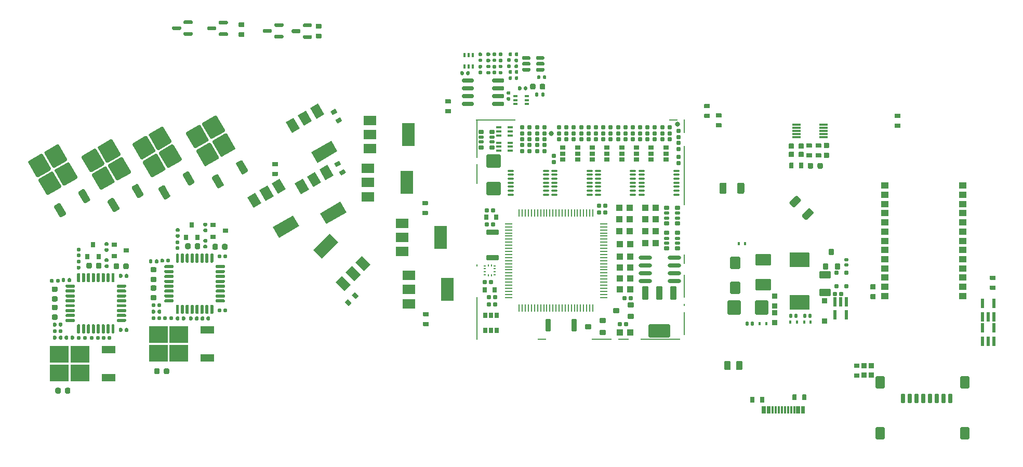
<source format=gtp>
G75*
G70*
%OFA0B0*%
%FSLAX25Y25*%
%IPPOS*%
%LPD*%
%AMOC8*
5,1,8,0,0,1.08239X$1,22.5*
%
%AMM104*
21,1,0.021650,0.052760,-0.000000,0.000000,0.000000*
21,1,0.017320,0.057090,-0.000000,0.000000,0.000000*
1,1,0.004330,0.008660,-0.026380*
1,1,0.004330,-0.008660,-0.026380*
1,1,0.004330,-0.008660,0.026380*
1,1,0.004330,0.008660,0.026380*
%
%AMM171*
21,1,0.086610,0.073230,0.000000,-0.000000,180.000000*
21,1,0.069290,0.090550,0.000000,-0.000000,180.000000*
1,1,0.017320,-0.034650,0.036610*
1,1,0.017320,0.034650,0.036610*
1,1,0.017320,0.034650,-0.036610*
1,1,0.017320,-0.034650,-0.036610*
%
%AMM172*
21,1,0.094490,0.111020,0.000000,-0.000000,270.000000*
21,1,0.075590,0.129920,0.000000,-0.000000,270.000000*
1,1,0.018900,-0.055510,-0.037800*
1,1,0.018900,-0.055510,0.037800*
1,1,0.018900,0.055510,0.037800*
1,1,0.018900,0.055510,-0.037800*
%
%AMM173*
21,1,0.074800,0.083460,0.000000,-0.000000,270.000000*
21,1,0.059840,0.098430,0.000000,-0.000000,270.000000*
1,1,0.014960,-0.041730,-0.029920*
1,1,0.014960,-0.041730,0.029920*
1,1,0.014960,0.041730,0.029920*
1,1,0.014960,0.041730,-0.029920*
%
%AMM174*
21,1,0.078740,0.053540,0.000000,-0.000000,90.000000*
21,1,0.065350,0.066930,0.000000,-0.000000,90.000000*
1,1,0.013390,0.026770,0.032680*
1,1,0.013390,0.026770,-0.032680*
1,1,0.013390,-0.026770,-0.032680*
1,1,0.013390,-0.026770,0.032680*
%
%AMM175*
21,1,0.035430,0.030320,0.000000,-0.000000,0.000000*
21,1,0.028350,0.037400,0.000000,-0.000000,0.000000*
1,1,0.007090,0.014170,-0.015160*
1,1,0.007090,-0.014170,-0.015160*
1,1,0.007090,-0.014170,0.015160*
1,1,0.007090,0.014170,0.015160*
%
%AMM176*
21,1,0.021650,0.052760,0.000000,-0.000000,180.000000*
21,1,0.017320,0.057090,0.000000,-0.000000,180.000000*
1,1,0.004330,-0.008660,0.026380*
1,1,0.004330,0.008660,0.026380*
1,1,0.004330,0.008660,-0.026380*
1,1,0.004330,-0.008660,-0.026380*
%
%AMM177*
21,1,0.035830,0.026770,0.000000,-0.000000,270.000000*
21,1,0.029130,0.033470,0.000000,-0.000000,270.000000*
1,1,0.006690,-0.013390,-0.014570*
1,1,0.006690,-0.013390,0.014570*
1,1,0.006690,0.013390,0.014570*
1,1,0.006690,0.013390,-0.014570*
%
%AMM178*
21,1,0.070870,0.036220,0.000000,-0.000000,0.000000*
21,1,0.061810,0.045280,0.000000,-0.000000,0.000000*
1,1,0.009060,0.030910,-0.018110*
1,1,0.009060,-0.030910,-0.018110*
1,1,0.009060,-0.030910,0.018110*
1,1,0.009060,0.030910,0.018110*
%
%AMM179*
21,1,0.033470,0.026770,0.000000,-0.000000,270.000000*
21,1,0.026770,0.033470,0.000000,-0.000000,270.000000*
1,1,0.006690,-0.013390,-0.013390*
1,1,0.006690,-0.013390,0.013390*
1,1,0.006690,0.013390,0.013390*
1,1,0.006690,0.013390,-0.013390*
%
%AMM180*
21,1,0.015750,0.016540,0.000000,-0.000000,180.000000*
21,1,0.012600,0.019680,0.000000,-0.000000,180.000000*
1,1,0.003150,-0.006300,0.008270*
1,1,0.003150,0.006300,0.008270*
1,1,0.003150,0.006300,-0.008270*
1,1,0.003150,-0.006300,-0.008270*
%
%AMM181*
21,1,0.023620,0.018900,0.000000,-0.000000,0.000000*
21,1,0.018900,0.023620,0.000000,-0.000000,0.000000*
1,1,0.004720,0.009450,-0.009450*
1,1,0.004720,-0.009450,-0.009450*
1,1,0.004720,-0.009450,0.009450*
1,1,0.004720,0.009450,0.009450*
%
%AMM182*
21,1,0.019680,0.019680,0.000000,-0.000000,270.000000*
21,1,0.015750,0.023620,0.000000,-0.000000,270.000000*
1,1,0.003940,-0.009840,-0.007870*
1,1,0.003940,-0.009840,0.007870*
1,1,0.003940,0.009840,0.007870*
1,1,0.003940,0.009840,-0.007870*
%
%AMM183*
21,1,0.019680,0.019680,0.000000,-0.000000,180.000000*
21,1,0.015750,0.023620,0.000000,-0.000000,180.000000*
1,1,0.003940,-0.007870,0.009840*
1,1,0.003940,0.007870,0.009840*
1,1,0.003940,0.007870,-0.009840*
1,1,0.003940,-0.007870,-0.009840*
%
%AMM262*
21,1,0.025590,0.026380,-0.000000,-0.000000,90.000000*
21,1,0.020470,0.031500,-0.000000,-0.000000,90.000000*
1,1,0.005120,0.013190,0.010240*
1,1,0.005120,0.013190,-0.010240*
1,1,0.005120,-0.013190,-0.010240*
1,1,0.005120,-0.013190,0.010240*
%
%AMM263*
21,1,0.017720,0.027950,-0.000000,-0.000000,90.000000*
21,1,0.014170,0.031500,-0.000000,-0.000000,90.000000*
1,1,0.003540,0.013980,0.007090*
1,1,0.003540,0.013980,-0.007090*
1,1,0.003540,-0.013980,-0.007090*
1,1,0.003540,-0.013980,0.007090*
%
%AMM264*
21,1,0.012600,0.028980,-0.000000,-0.000000,270.000000*
21,1,0.010080,0.031500,-0.000000,-0.000000,270.000000*
1,1,0.002520,-0.014490,-0.005040*
1,1,0.002520,-0.014490,0.005040*
1,1,0.002520,0.014490,0.005040*
1,1,0.002520,0.014490,-0.005040*
%
%AMM265*
21,1,0.023620,0.030710,-0.000000,-0.000000,0.000000*
21,1,0.018900,0.035430,-0.000000,-0.000000,0.000000*
1,1,0.004720,0.009450,-0.015350*
1,1,0.004720,-0.009450,-0.015350*
1,1,0.004720,-0.009450,0.015350*
1,1,0.004720,0.009450,0.015350*
%
%AMM266*
21,1,0.027560,0.018900,-0.000000,-0.000000,270.000000*
21,1,0.022840,0.023620,-0.000000,-0.000000,270.000000*
1,1,0.004720,-0.009450,-0.011420*
1,1,0.004720,-0.009450,0.011420*
1,1,0.004720,0.009450,0.011420*
1,1,0.004720,0.009450,-0.011420*
%
%AMM267*
21,1,0.031500,0.072440,-0.000000,-0.000000,270.000000*
21,1,0.025200,0.078740,-0.000000,-0.000000,270.000000*
1,1,0.006300,-0.036220,-0.012600*
1,1,0.006300,-0.036220,0.012600*
1,1,0.006300,0.036220,0.012600*
1,1,0.006300,0.036220,-0.012600*
%
%AMM268*
21,1,0.027560,0.018900,-0.000000,-0.000000,0.000000*
21,1,0.022840,0.023620,-0.000000,-0.000000,0.000000*
1,1,0.004720,0.011420,-0.009450*
1,1,0.004720,-0.011420,-0.009450*
1,1,0.004720,-0.011420,0.009450*
1,1,0.004720,0.011420,0.009450*
%
%AMM269*
21,1,0.023620,0.030710,-0.000000,-0.000000,90.000000*
21,1,0.018900,0.035430,-0.000000,-0.000000,90.000000*
1,1,0.004720,0.015350,0.009450*
1,1,0.004720,0.015350,-0.009450*
1,1,0.004720,-0.015350,-0.009450*
1,1,0.004720,-0.015350,0.009450*
%
%AMM270*
21,1,0.035430,0.030320,-0.000000,-0.000000,90.000000*
21,1,0.028350,0.037400,-0.000000,-0.000000,90.000000*
1,1,0.007090,0.015160,0.014170*
1,1,0.007090,0.015160,-0.014170*
1,1,0.007090,-0.015160,-0.014170*
1,1,0.007090,-0.015160,0.014170*
%
%AMM271*
21,1,0.043310,0.075980,-0.000000,-0.000000,180.000000*
21,1,0.034650,0.084650,-0.000000,-0.000000,180.000000*
1,1,0.008660,-0.017320,0.037990*
1,1,0.008660,0.017320,0.037990*
1,1,0.008660,0.017320,-0.037990*
1,1,0.008660,-0.017320,-0.037990*
%
%AMM272*
21,1,0.039370,0.035430,-0.000000,-0.000000,180.000000*
21,1,0.031500,0.043310,-0.000000,-0.000000,180.000000*
1,1,0.007870,-0.015750,0.017720*
1,1,0.007870,0.015750,0.017720*
1,1,0.007870,0.015750,-0.017720*
1,1,0.007870,-0.015750,-0.017720*
%
%AMM273*
21,1,0.027560,0.030710,-0.000000,-0.000000,180.000000*
21,1,0.022050,0.036220,-0.000000,-0.000000,180.000000*
1,1,0.005510,-0.011020,0.015350*
1,1,0.005510,0.011020,0.015350*
1,1,0.005510,0.011020,-0.015350*
1,1,0.005510,-0.011020,-0.015350*
%
%AMM274*
21,1,0.031500,0.072440,-0.000000,-0.000000,180.000000*
21,1,0.025200,0.078740,-0.000000,-0.000000,180.000000*
1,1,0.006300,-0.012600,0.036220*
1,1,0.006300,0.012600,0.036220*
1,1,0.006300,0.012600,-0.036220*
1,1,0.006300,-0.012600,-0.036220*
%
%AMM275*
21,1,0.137800,0.067720,-0.000000,-0.000000,180.000000*
21,1,0.120870,0.084650,-0.000000,-0.000000,180.000000*
1,1,0.016930,-0.060430,0.033860*
1,1,0.016930,0.060430,0.033860*
1,1,0.016930,0.060430,-0.033860*
1,1,0.016930,-0.060430,-0.033860*
%
%AMM276*
21,1,0.043310,0.075990,-0.000000,-0.000000,180.000000*
21,1,0.034650,0.084650,-0.000000,-0.000000,180.000000*
1,1,0.008660,-0.017320,0.037990*
1,1,0.008660,0.017320,0.037990*
1,1,0.008660,0.017320,-0.037990*
1,1,0.008660,-0.017320,-0.037990*
%
%AMM277*
21,1,0.086610,0.073230,-0.000000,-0.000000,270.000000*
21,1,0.069290,0.090550,-0.000000,-0.000000,270.000000*
1,1,0.017320,-0.036610,-0.034650*
1,1,0.017320,-0.036610,0.034650*
1,1,0.017320,0.036610,0.034650*
1,1,0.017320,0.036610,-0.034650*
%
%AMM69*
21,1,0.033470,0.026770,0.000000,0.000000,90.000000*
21,1,0.026770,0.033470,0.000000,0.000000,90.000000*
1,1,0.006690,0.013390,0.013390*
1,1,0.006690,0.013390,-0.013390*
1,1,0.006690,-0.013390,-0.013390*
1,1,0.006690,-0.013390,0.013390*
%
%AMM92*
21,1,0.078740,0.045670,0.000000,0.000000,270.000000*
21,1,0.067320,0.057090,0.000000,0.000000,270.000000*
1,1,0.011420,-0.022840,-0.033660*
1,1,0.011420,-0.022840,0.033660*
1,1,0.011420,0.022840,0.033660*
1,1,0.011420,0.022840,-0.033660*
%
%AMM93*
21,1,0.059060,0.020470,0.000000,0.000000,270.000000*
21,1,0.053940,0.025590,0.000000,0.000000,270.000000*
1,1,0.005120,-0.010240,-0.026970*
1,1,0.005120,-0.010240,0.026970*
1,1,0.005120,0.010240,0.026970*
1,1,0.005120,0.010240,-0.026970*
%
%AMM94*
21,1,0.027560,0.030710,0.000000,0.000000,270.000000*
21,1,0.022050,0.036220,0.000000,0.000000,270.000000*
1,1,0.005510,-0.015350,-0.011020*
1,1,0.005510,-0.015350,0.011020*
1,1,0.005510,0.015350,0.011020*
1,1,0.005510,0.015350,-0.011020*
%
%ADD11R,0.07874X0.05906*%
%ADD112C,0.03150*%
%ADD12R,0.07874X0.14961*%
%ADD144R,0.02559X0.01575*%
%ADD145R,0.01575X0.02559*%
%ADD147R,0.05512X0.01181*%
%ADD148R,0.03543X0.03150*%
%ADD152R,0.03150X0.03543*%
%ADD172O,0.04724X0.00866*%
%ADD173O,0.00866X0.04724*%
%ADD174O,0.04331X0.01181*%
%ADD177R,0.01378X0.00984*%
%ADD178R,0.00984X0.01378*%
%ADD183O,0.08661X0.02362*%
%ADD222M69*%
%ADD256M92*%
%ADD257M93*%
%ADD258M94*%
%ADD273M104*%
%ADD343M171*%
%ADD344M172*%
%ADD345M173*%
%ADD346M174*%
%ADD347M175*%
%ADD348M176*%
%ADD349M177*%
%ADD350M178*%
%ADD351M179*%
%ADD352M180*%
%ADD353M181*%
%ADD354M182*%
%ADD355M183*%
%ADD385R,0.08661X0.04724*%
%ADD389R,0.12008X0.10827*%
%ADD467M262*%
%ADD468M263*%
%ADD469M264*%
%ADD470M265*%
%ADD471M266*%
%ADD472M267*%
%ADD473M268*%
%ADD474M269*%
%ADD475M270*%
%ADD476M271*%
%ADD477M272*%
%ADD478M273*%
%ADD479M274*%
%ADD480M275*%
%ADD481M276*%
%ADD482M277*%
%ADD51R,0.01181X0.04528*%
%ADD54R,0.00787X0.14567*%
%ADD55R,0.00787X0.01575*%
%ADD56R,0.00787X0.06299*%
%ADD57R,0.00787X0.38189*%
%ADD58R,0.00787X0.09055*%
%ADD59R,0.05512X0.00787*%
%ADD60R,0.25197X0.00787*%
%ADD61R,0.06693X0.00787*%
%ADD62R,0.12992X0.00787*%
%ADD63R,0.00787X0.27559*%
%ADD64R,0.00787X0.12992*%
%ADD65R,0.00787X0.24803*%
%ADD66R,0.05118X0.03937*%
%ADD73O,0.00000X0.00000*%
X0000000Y0000000D02*
%LPD*%
G01*
G36*
G01*
X0462500Y0062106D02*
X0462500Y0057185D01*
G75*
G02*
X0462106Y0056791I-000394J0000000D01*
G01*
X0458957Y0056791D01*
G75*
G02*
X0458563Y0057185I0000000J0000394D01*
G01*
X0458563Y0062106D01*
G75*
G02*
X0458957Y0062500I0000394J0000000D01*
G01*
X0462106Y0062500D01*
G75*
G02*
X0462500Y0062106I0000000J-000394D01*
G01*
G37*
G36*
G01*
X0455020Y0062106D02*
X0455020Y0057185D01*
G75*
G02*
X0454626Y0056791I-000394J0000000D01*
G01*
X0451476Y0056791D01*
G75*
G02*
X0451083Y0057185I0000000J0000394D01*
G01*
X0451083Y0062106D01*
G75*
G02*
X0451476Y0062500I0000394J0000000D01*
G01*
X0454626Y0062500D01*
G75*
G02*
X0455020Y0062106I0000000J-000394D01*
G01*
G37*
G36*
G01*
X0560571Y0221260D02*
X0563642Y0221260D01*
G75*
G02*
X0563917Y0220984I0000000J-000276D01*
G01*
X0563917Y0218780D01*
G75*
G02*
X0563642Y0218504I-000276J0000000D01*
G01*
X0560571Y0218504D01*
G75*
G02*
X0560295Y0218780I0000000J0000276D01*
G01*
X0560295Y0220984D01*
G75*
G02*
X0560571Y0221260I0000276J0000000D01*
G01*
G37*
G36*
G01*
X0560571Y0214961D02*
X0563642Y0214961D01*
G75*
G02*
X0563917Y0214685I0000000J-000276D01*
G01*
X0563917Y0212480D01*
G75*
G02*
X0563642Y0212205I-000276J0000000D01*
G01*
X0560571Y0212205D01*
G75*
G02*
X0560295Y0212480I0000000J0000276D01*
G01*
X0560295Y0214685D01*
G75*
G02*
X0560571Y0214961I0000276J0000000D01*
G01*
G37*
D11*
X0223524Y0216831D03*
X0223524Y0207776D03*
X0223524Y0198721D03*
D12*
X0248327Y0207776D03*
G36*
X0191112Y0185508D02*
G01*
X0196226Y0188461D01*
X0200163Y0181642D01*
X0195049Y0178689D01*
X0191112Y0185508D01*
G37*
G36*
X0183270Y0180980D02*
G01*
X0188384Y0183933D01*
X0192321Y0177114D01*
X0187207Y0174161D01*
X0183270Y0180980D01*
G37*
G36*
X0175428Y0176453D02*
G01*
X0180542Y0179406D01*
X0184479Y0172587D01*
X0179365Y0169634D01*
X0175428Y0176453D01*
G37*
G36*
X0191750Y0157237D02*
G01*
X0204706Y0164717D01*
X0208643Y0157898D01*
X0195687Y0150417D01*
X0191750Y0157237D01*
G37*
G36*
G01*
X0503642Y0040807D02*
X0503642Y0037736D01*
G75*
G02*
X0503366Y0037461I-000276J0000000D01*
G01*
X0501161Y0037461D01*
G75*
G02*
X0500886Y0037736I0000000J0000276D01*
G01*
X0500886Y0040807D01*
G75*
G02*
X0501161Y0041083I0000276J0000000D01*
G01*
X0503366Y0041083D01*
G75*
G02*
X0503642Y0040807I0000000J-000276D01*
G01*
G37*
G36*
G01*
X0497342Y0040807D02*
X0497342Y0037736D01*
G75*
G02*
X0497067Y0037461I-000276J0000000D01*
G01*
X0494862Y0037461D01*
G75*
G02*
X0494587Y0037736I0000000J0000276D01*
G01*
X0494587Y0040807D01*
G75*
G02*
X0494862Y0041083I0000276J0000000D01*
G01*
X0497067Y0041083D01*
G75*
G02*
X0497342Y0040807I0000000J-000276D01*
G01*
G37*
G36*
X0211274Y0111593D02*
G01*
X0207098Y0107417D01*
X0201530Y0112985D01*
X0205706Y0117160D01*
X0211274Y0111593D01*
G37*
G36*
X0217676Y0117996D02*
G01*
X0213501Y0113820D01*
X0207933Y0119387D01*
X0212109Y0123563D01*
X0217676Y0117996D01*
G37*
G36*
X0224079Y0124398D02*
G01*
X0219904Y0120223D01*
X0214336Y0125790D01*
X0218512Y0129966D01*
X0224079Y0124398D01*
G37*
G36*
X0203339Y0138735D02*
G01*
X0192761Y0128157D01*
X0187193Y0133724D01*
X0197772Y0144303D01*
X0203339Y0138735D01*
G37*
G36*
G01*
X0257421Y0165256D02*
X0260492Y0165256D01*
G75*
G02*
X0260768Y0164980I0000000J-000276D01*
G01*
X0260768Y0162776D01*
G75*
G02*
X0260492Y0162500I-000276J0000000D01*
G01*
X0257421Y0162500D01*
G75*
G02*
X0257146Y0162776I0000000J0000276D01*
G01*
X0257146Y0164980D01*
G75*
G02*
X0257421Y0165256I0000276J0000000D01*
G01*
G37*
G36*
G01*
X0257421Y0158957D02*
X0260492Y0158957D01*
G75*
G02*
X0260768Y0158681I0000000J-000276D01*
G01*
X0260768Y0156477D01*
G75*
G02*
X0260492Y0156201I-000276J0000000D01*
G01*
X0257421Y0156201D01*
G75*
G02*
X0257146Y0156477I0000000J0000276D01*
G01*
X0257146Y0158681D01*
G75*
G02*
X0257421Y0158957I0000276J0000000D01*
G01*
G37*
G36*
G01*
X0441398Y0218504D02*
X0438327Y0218504D01*
G75*
G02*
X0438051Y0218780I0000000J0000276D01*
G01*
X0438051Y0220984D01*
G75*
G02*
X0438327Y0221260I0000276J0000000D01*
G01*
X0441398Y0221260D01*
G75*
G02*
X0441673Y0220984I0000000J-000276D01*
G01*
X0441673Y0218780D01*
G75*
G02*
X0441398Y0218504I-000276J0000000D01*
G01*
G37*
G36*
G01*
X0441398Y0224803D02*
X0438327Y0224803D01*
G75*
G02*
X0438051Y0225079I0000000J0000276D01*
G01*
X0438051Y0227284D01*
G75*
G02*
X0438327Y0227559I0000276J0000000D01*
G01*
X0441398Y0227559D01*
G75*
G02*
X0441673Y0227284I0000000J-000276D01*
G01*
X0441673Y0225079D01*
G75*
G02*
X0441398Y0224803I-000276J0000000D01*
G01*
G37*
G36*
G01*
X0261083Y0084941D02*
X0258012Y0084941D01*
G75*
G02*
X0257736Y0085217I0000000J0000276D01*
G01*
X0257736Y0087421D01*
G75*
G02*
X0258012Y0087697I0000276J0000000D01*
G01*
X0261083Y0087697D01*
G75*
G02*
X0261358Y0087421I0000000J-000276D01*
G01*
X0261358Y0085217D01*
G75*
G02*
X0261083Y0084941I-000276J0000000D01*
G01*
G37*
G36*
G01*
X0261083Y0091240D02*
X0258012Y0091240D01*
G75*
G02*
X0257736Y0091516I0000000J0000276D01*
G01*
X0257736Y0093721D01*
G75*
G02*
X0258012Y0093996I0000276J0000000D01*
G01*
X0261083Y0093996D01*
G75*
G02*
X0261358Y0093721I0000000J-000276D01*
G01*
X0261358Y0091516D01*
G75*
G02*
X0261083Y0091240I-000276J0000000D01*
G01*
G37*
G36*
G01*
X0161161Y0190256D02*
X0164232Y0190256D01*
G75*
G02*
X0164508Y0189980I0000000J-000276D01*
G01*
X0164508Y0187776D01*
G75*
G02*
X0164232Y0187500I-000276J0000000D01*
G01*
X0161161Y0187500D01*
G75*
G02*
X0160886Y0187776I0000000J0000276D01*
G01*
X0160886Y0189980D01*
G75*
G02*
X0161161Y0190256I0000276J0000000D01*
G01*
G37*
G36*
G01*
X0161161Y0183957D02*
X0164232Y0183957D01*
G75*
G02*
X0164508Y0183681I0000000J-000276D01*
G01*
X0164508Y0181477D01*
G75*
G02*
X0164232Y0181201I-000276J0000000D01*
G01*
X0161161Y0181201D01*
G75*
G02*
X0160886Y0181477I0000000J0000276D01*
G01*
X0160886Y0183681D01*
G75*
G02*
X0161161Y0183957I0000276J0000000D01*
G01*
G37*
D73*
X0572835Y0060040D03*
X0575866Y0001673D03*
X0603346Y0006693D03*
D11*
X0244193Y0150886D03*
X0244193Y0141831D03*
X0244193Y0132776D03*
D12*
X0268996Y0141831D03*
G36*
X0160600Y0176650D02*
G01*
X0165714Y0179603D01*
X0169651Y0172783D01*
X0164537Y0169831D01*
X0160600Y0176650D01*
G37*
G36*
X0152758Y0172122D02*
G01*
X0157872Y0175075D01*
X0161809Y0168256D01*
X0156695Y0165303D01*
X0152758Y0172122D01*
G37*
G36*
X0144916Y0167595D02*
G01*
X0150030Y0170547D01*
X0153967Y0163728D01*
X0148853Y0160776D01*
X0144916Y0167595D01*
G37*
G36*
X0161238Y0148378D02*
G01*
X0174195Y0155859D01*
X0178132Y0149039D01*
X0165175Y0141559D01*
X0161238Y0148378D01*
G37*
D11*
X0222342Y0186122D03*
X0222342Y0177067D03*
X0222342Y0168012D03*
D12*
X0247146Y0177067D03*
G36*
G01*
X0142776Y0270669D02*
X0139705Y0270669D01*
G75*
G02*
X0139429Y0270945I0000000J0000276D01*
G01*
X0139429Y0273150D01*
G75*
G02*
X0139705Y0273425I0000276J0000000D01*
G01*
X0142776Y0273425D01*
G75*
G02*
X0143051Y0273150I0000000J-000276D01*
G01*
X0143051Y0270945D01*
G75*
G02*
X0142776Y0270669I-000276J0000000D01*
G01*
G37*
G36*
G01*
X0142776Y0276969D02*
X0139705Y0276969D01*
G75*
G02*
X0139429Y0277244I0000000J0000276D01*
G01*
X0139429Y0279449D01*
G75*
G02*
X0139705Y0279725I0000276J0000000D01*
G01*
X0142776Y0279725D01*
G75*
G02*
X0143051Y0279449I0000000J-000276D01*
G01*
X0143051Y0277244D01*
G75*
G02*
X0142776Y0276969I-000276J0000000D01*
G01*
G37*
G36*
G01*
X0547697Y0102205D02*
X0545020Y0102205D01*
G75*
G02*
X0544685Y0102539I0000000J0000335D01*
G01*
X0544685Y0105217D01*
G75*
G02*
X0545020Y0105551I0000335J0000000D01*
G01*
X0547697Y0105551D01*
G75*
G02*
X0548031Y0105217I0000000J-000335D01*
G01*
X0548031Y0102539D01*
G75*
G02*
X0547697Y0102205I-000335J0000000D01*
G01*
G37*
G36*
G01*
X0547697Y0108425D02*
X0545020Y0108425D01*
G75*
G02*
X0544685Y0108760I0000000J0000335D01*
G01*
X0544685Y0111437D01*
G75*
G02*
X0545020Y0111772I0000335J0000000D01*
G01*
X0547697Y0111772D01*
G75*
G02*
X0548031Y0111437I0000000J-000335D01*
G01*
X0548031Y0108760D01*
G75*
G02*
X0547697Y0108425I-000335J0000000D01*
G01*
G37*
G36*
X0185206Y0224780D02*
G01*
X0190320Y0227732D01*
X0194257Y0220913D01*
X0189143Y0217961D01*
X0185206Y0224780D01*
G37*
G36*
X0177364Y0220252D02*
G01*
X0182478Y0223205D01*
X0186415Y0216386D01*
X0181301Y0213433D01*
X0177364Y0220252D01*
G37*
G36*
X0169522Y0215725D02*
G01*
X0174636Y0218677D01*
X0178573Y0211858D01*
X0173459Y0208905D01*
X0169522Y0215725D01*
G37*
G36*
X0185845Y0196508D02*
G01*
X0198801Y0203988D01*
X0202738Y0197169D01*
X0189782Y0189689D01*
X0185845Y0196508D01*
G37*
G36*
G01*
X0209794Y0097977D02*
X0207622Y0100148D01*
G75*
G02*
X0207622Y0100538I0000195J0000195D01*
G01*
X0209181Y0102097D01*
G75*
G02*
X0209571Y0102097I0000195J-000195D01*
G01*
X0211742Y0099925D01*
G75*
G02*
X0211742Y0099536I-000195J-000195D01*
G01*
X0210183Y0097977D01*
G75*
G02*
X0209794Y0097977I-000195J0000195D01*
G01*
G37*
G36*
G01*
X0214248Y0102431D02*
X0212076Y0104602D01*
G75*
G02*
X0212076Y0104992I0000195J0000195D01*
G01*
X0213635Y0106551D01*
G75*
G02*
X0214025Y0106551I0000195J-000195D01*
G01*
X0216197Y0104380D01*
G75*
G02*
X0216197Y0103990I-000195J-000195D01*
G01*
X0214638Y0102431D01*
G75*
G02*
X0214248Y0102431I-000195J0000195D01*
G01*
G37*
D51*
X0475689Y0031083D03*
X0478839Y0031083D03*
X0483957Y0031083D03*
X0487894Y0031083D03*
X0489862Y0031083D03*
X0493799Y0031083D03*
X0498917Y0031083D03*
X0502067Y0031083D03*
X0500886Y0031083D03*
X0497736Y0031083D03*
X0495768Y0031083D03*
X0491831Y0031083D03*
X0485925Y0031083D03*
X0481988Y0031083D03*
X0480020Y0031083D03*
X0476870Y0031083D03*
G36*
G01*
X0095061Y0167675D02*
X0092674Y0166297D01*
G75*
G02*
X0091329Y0166658I-000492J0000852D01*
G01*
X0087983Y0172454D01*
G75*
G02*
X0088343Y0173798I0000852J0000492D01*
G01*
X0090730Y0175176D01*
G75*
G02*
X0092074Y0174816I0000492J-000852D01*
G01*
X0095421Y0169020D01*
G75*
G02*
X0095061Y0167675I-000852J-000492D01*
G01*
G37*
G36*
G01*
X0092009Y0185007D02*
X0084338Y0180578D01*
G75*
G02*
X0082993Y0180938I-000492J0000852D01*
G01*
X0077974Y0189633D01*
G75*
G02*
X0078334Y0190977I0000852J0000492D01*
G01*
X0086005Y0195406D01*
G75*
G02*
X0087350Y0195046I0000492J-000852D01*
G01*
X0092370Y0186352D01*
G75*
G02*
X0092009Y0185007I-000852J-000492D01*
G01*
G37*
G36*
G01*
X0102409Y0191011D02*
X0094737Y0186582D01*
G75*
G02*
X0093393Y0186942I-000492J0000852D01*
G01*
X0088373Y0195637D01*
G75*
G02*
X0088733Y0196981I0000852J0000492D01*
G01*
X0096405Y0201410D01*
G75*
G02*
X0097749Y0201050I0000492J-000852D01*
G01*
X0102769Y0192356D01*
G75*
G02*
X0102409Y0191011I-000852J-000492D01*
G01*
G37*
G36*
G01*
X0085415Y0196429D02*
X0077743Y0192000D01*
G75*
G02*
X0076399Y0192360I-000492J0000852D01*
G01*
X0071379Y0201055D01*
G75*
G02*
X0071740Y0202399I0000852J0000492D01*
G01*
X0079411Y0206828D01*
G75*
G02*
X0080756Y0206468I0000492J-000852D01*
G01*
X0085775Y0197774D01*
G75*
G02*
X0085415Y0196429I-000852J-000492D01*
G01*
G37*
G36*
G01*
X0095814Y0202433D02*
X0088143Y0198004D01*
G75*
G02*
X0086798Y0198364I-000492J0000852D01*
G01*
X0081778Y0207059D01*
G75*
G02*
X0082139Y0208403I0000852J0000492D01*
G01*
X0089810Y0212832D01*
G75*
G02*
X0091155Y0212472I0000492J-000852D01*
G01*
X0096174Y0203778D01*
G75*
G02*
X0095814Y0202433I-000852J-000492D01*
G01*
G37*
G36*
G01*
X0110608Y0176652D02*
X0108221Y0175274D01*
G75*
G02*
X0106877Y0175634I-000492J0000852D01*
G01*
X0103530Y0181430D01*
G75*
G02*
X0103891Y0182775I0000852J0000492D01*
G01*
X0106277Y0184153D01*
G75*
G02*
X0107622Y0183792I0000492J-000852D01*
G01*
X0110968Y0177996D01*
G75*
G02*
X0110608Y0176652I-000852J-000492D01*
G01*
G37*
G36*
G01*
X0109842Y0273032D02*
X0109842Y0271851D01*
G75*
G02*
X0109252Y0271260I-000591J0000000D01*
G01*
X0104626Y0271260D01*
G75*
G02*
X0104035Y0271851I0000000J0000591D01*
G01*
X0104035Y0273032D01*
G75*
G02*
X0104626Y0273622I0000591J0000000D01*
G01*
X0109252Y0273622D01*
G75*
G02*
X0109842Y0273032I0000000J-000591D01*
G01*
G37*
G36*
G01*
X0102461Y0276772D02*
X0102461Y0275591D01*
G75*
G02*
X0101870Y0275000I-000591J0000000D01*
G01*
X0097244Y0275000D01*
G75*
G02*
X0096654Y0275591I0000000J0000591D01*
G01*
X0096654Y0276772D01*
G75*
G02*
X0097244Y0277362I0000591J0000000D01*
G01*
X0101870Y0277362D01*
G75*
G02*
X0102461Y0276772I0000000J-000591D01*
G01*
G37*
G36*
G01*
X0109842Y0280512D02*
X0109842Y0279331D01*
G75*
G02*
X0109252Y0278740I-000591J0000000D01*
G01*
X0104626Y0278740D01*
G75*
G02*
X0104035Y0279331I0000000J0000591D01*
G01*
X0104035Y0280512D01*
G75*
G02*
X0104626Y0281102I0000591J0000000D01*
G01*
X0109252Y0281102D01*
G75*
G02*
X0109842Y0280512I0000000J-000591D01*
G01*
G37*
G36*
G01*
X0272185Y0230512D02*
X0275256Y0230512D01*
G75*
G02*
X0275531Y0230236I0000000J-000276D01*
G01*
X0275531Y0228032D01*
G75*
G02*
X0275256Y0227756I-000276J0000000D01*
G01*
X0272185Y0227756D01*
G75*
G02*
X0271909Y0228032I0000000J0000276D01*
G01*
X0271909Y0230236D01*
G75*
G02*
X0272185Y0230512I0000276J0000000D01*
G01*
G37*
G36*
G01*
X0272185Y0224213D02*
X0275256Y0224213D01*
G75*
G02*
X0275531Y0223937I0000000J-000276D01*
G01*
X0275531Y0221732D01*
G75*
G02*
X0275256Y0221457I-000276J0000000D01*
G01*
X0272185Y0221457D01*
G75*
G02*
X0271909Y0221732I0000000J0000276D01*
G01*
X0271909Y0223937D01*
G75*
G02*
X0272185Y0224213I0000276J0000000D01*
G01*
G37*
G36*
G01*
X0129345Y0174809D02*
X0126958Y0173431D01*
G75*
G02*
X0125614Y0173791I-000492J0000852D01*
G01*
X0122267Y0179587D01*
G75*
G02*
X0122627Y0180932I0000852J0000492D01*
G01*
X0125014Y0182310D01*
G75*
G02*
X0126359Y0181950I0000492J-000852D01*
G01*
X0129705Y0176153D01*
G75*
G02*
X0129345Y0174809I-000852J-000492D01*
G01*
G37*
G36*
G01*
X0126294Y0192141D02*
X0118622Y0187712D01*
G75*
G02*
X0117278Y0188072I-000492J0000852D01*
G01*
X0112258Y0196766D01*
G75*
G02*
X0112618Y0198111I0000852J0000492D01*
G01*
X0120290Y0202540D01*
G75*
G02*
X0121634Y0202180I0000492J-000852D01*
G01*
X0126654Y0193485D01*
G75*
G02*
X0126294Y0192141I-000852J-000492D01*
G01*
G37*
G36*
G01*
X0136693Y0198145D02*
X0129021Y0193716D01*
G75*
G02*
X0127677Y0194076I-000492J0000852D01*
G01*
X0122657Y0202770D01*
G75*
G02*
X0123017Y0204115I0000852J0000492D01*
G01*
X0130689Y0208544D01*
G75*
G02*
X0132033Y0208184I0000492J-000852D01*
G01*
X0137053Y0199489D01*
G75*
G02*
X0136693Y0198145I-000852J-000492D01*
G01*
G37*
G36*
G01*
X0119699Y0203563D02*
X0112028Y0199134D01*
G75*
G02*
X0110683Y0199494I-000492J0000852D01*
G01*
X0105663Y0208188D01*
G75*
G02*
X0106024Y0209533I0000852J0000492D01*
G01*
X0113695Y0213962D01*
G75*
G02*
X0115040Y0213602I0000492J-000852D01*
G01*
X0120059Y0204907D01*
G75*
G02*
X0119699Y0203563I-000852J-000492D01*
G01*
G37*
G36*
G01*
X0130098Y0209567D02*
X0122427Y0205138D01*
G75*
G02*
X0121082Y0205498I-000492J0000852D01*
G01*
X0116063Y0214192D01*
G75*
G02*
X0116423Y0215537I0000852J0000492D01*
G01*
X0124094Y0219966D01*
G75*
G02*
X0125439Y0219606I0000492J-000852D01*
G01*
X0130459Y0210911D01*
G75*
G02*
X0130098Y0209567I-000852J-000492D01*
G01*
G37*
G36*
G01*
X0144892Y0183785D02*
X0142506Y0182407D01*
G75*
G02*
X0141161Y0182768I-000492J0000852D01*
G01*
X0137815Y0188564D01*
G75*
G02*
X0138175Y0189908I0000852J0000492D01*
G01*
X0140562Y0191286D01*
G75*
G02*
X0141906Y0190926I0000492J-000852D01*
G01*
X0145253Y0185130D01*
G75*
G02*
X0144892Y0183785I-000852J-000492D01*
G01*
G37*
G36*
G01*
X0192185Y0269685D02*
X0189114Y0269685D01*
G75*
G02*
X0188839Y0269961I0000000J0000276D01*
G01*
X0188839Y0272165D01*
G75*
G02*
X0189114Y0272441I0000276J0000000D01*
G01*
X0192185Y0272441D01*
G75*
G02*
X0192461Y0272165I0000000J-000276D01*
G01*
X0192461Y0269961D01*
G75*
G02*
X0192185Y0269685I-000276J0000000D01*
G01*
G37*
G36*
G01*
X0192185Y0275984D02*
X0189114Y0275984D01*
G75*
G02*
X0188839Y0276260I0000000J0000276D01*
G01*
X0188839Y0278465D01*
G75*
G02*
X0189114Y0278740I0000276J0000000D01*
G01*
X0192185Y0278740D01*
G75*
G02*
X0192461Y0278465I0000000J-000276D01*
G01*
X0192461Y0276260D01*
G75*
G02*
X0192185Y0275984I-000276J0000000D01*
G01*
G37*
G36*
G01*
X0624665Y0108268D02*
X0621594Y0108268D01*
G75*
G02*
X0621319Y0108543I0000000J0000276D01*
G01*
X0621319Y0110748D01*
G75*
G02*
X0621594Y0111024I0000276J0000000D01*
G01*
X0624665Y0111024D01*
G75*
G02*
X0624941Y0110748I0000000J-000276D01*
G01*
X0624941Y0108543D01*
G75*
G02*
X0624665Y0108268I-000276J0000000D01*
G01*
G37*
G36*
G01*
X0624665Y0114567D02*
X0621594Y0114567D01*
G75*
G02*
X0621319Y0114843I0000000J0000276D01*
G01*
X0621319Y0117047D01*
G75*
G02*
X0621594Y0117323I0000276J0000000D01*
G01*
X0624665Y0117323D01*
G75*
G02*
X0624941Y0117047I0000000J-000276D01*
G01*
X0624941Y0114843D01*
G75*
G02*
X0624665Y0114567I-000276J0000000D01*
G01*
G37*
G36*
G01*
X0062416Y0159553D02*
X0060029Y0158175D01*
G75*
G02*
X0058684Y0158535I-000492J0000852D01*
G01*
X0055338Y0164331D01*
G75*
G02*
X0055698Y0165676I0000852J0000492D01*
G01*
X0058085Y0167054D01*
G75*
G02*
X0059429Y0166694I0000492J-000852D01*
G01*
X0062776Y0160897D01*
G75*
G02*
X0062416Y0159553I-000852J-000492D01*
G01*
G37*
G36*
G01*
X0059365Y0176885D02*
X0051693Y0172456D01*
G75*
G02*
X0050349Y0172816I-000492J0000852D01*
G01*
X0045329Y0181510D01*
G75*
G02*
X0045689Y0182855I0000852J0000492D01*
G01*
X0053361Y0187284D01*
G75*
G02*
X0054705Y0186924I0000492J-000852D01*
G01*
X0059725Y0178229D01*
G75*
G02*
X0059365Y0176885I-000852J-000492D01*
G01*
G37*
G36*
G01*
X0069764Y0182889D02*
X0062092Y0178460D01*
G75*
G02*
X0060748Y0178820I-000492J0000852D01*
G01*
X0055728Y0187514D01*
G75*
G02*
X0056088Y0188859I0000852J0000492D01*
G01*
X0063760Y0193288D01*
G75*
G02*
X0065104Y0192928I0000492J-000852D01*
G01*
X0070124Y0184233D01*
G75*
G02*
X0069764Y0182889I-000852J-000492D01*
G01*
G37*
G36*
G01*
X0052770Y0188307D02*
X0045099Y0183878D01*
G75*
G02*
X0043754Y0184238I-000492J0000852D01*
G01*
X0038734Y0192932D01*
G75*
G02*
X0039095Y0194277I0000852J0000492D01*
G01*
X0046766Y0198706D01*
G75*
G02*
X0048111Y0198346I0000492J-000852D01*
G01*
X0053130Y0189651D01*
G75*
G02*
X0052770Y0188307I-000852J-000492D01*
G01*
G37*
G36*
G01*
X0063169Y0194311D02*
X0055498Y0189882D01*
G75*
G02*
X0054153Y0190242I-000492J0000852D01*
G01*
X0049133Y0198936D01*
G75*
G02*
X0049494Y0200281I0000852J0000492D01*
G01*
X0057165Y0204710D01*
G75*
G02*
X0058510Y0204350I0000492J-000852D01*
G01*
X0063529Y0195655D01*
G75*
G02*
X0063169Y0194311I-000852J-000492D01*
G01*
G37*
G36*
G01*
X0077963Y0168529D02*
X0075576Y0167151D01*
G75*
G02*
X0074232Y0167512I-000492J0000852D01*
G01*
X0070885Y0173308D01*
G75*
G02*
X0071246Y0174652I0000852J0000492D01*
G01*
X0073632Y0176030D01*
G75*
G02*
X0074977Y0175670I0000492J-000852D01*
G01*
X0078323Y0169874D01*
G75*
G02*
X0077963Y0168529I-000852J-000492D01*
G01*
G37*
G36*
G01*
X0132431Y0272835D02*
X0132431Y0271654D01*
G75*
G02*
X0131841Y0271063I-000591J0000000D01*
G01*
X0127215Y0271063D01*
G75*
G02*
X0126624Y0271654I0000000J0000591D01*
G01*
X0126624Y0272835D01*
G75*
G02*
X0127215Y0273425I0000591J0000000D01*
G01*
X0131841Y0273425D01*
G75*
G02*
X0132431Y0272835I0000000J-000591D01*
G01*
G37*
G36*
G01*
X0125049Y0276575D02*
X0125049Y0275394D01*
G75*
G02*
X0124459Y0274803I-000591J0000000D01*
G01*
X0119833Y0274803D01*
G75*
G02*
X0119242Y0275394I0000000J0000591D01*
G01*
X0119242Y0276575D01*
G75*
G02*
X0119833Y0277165I0000591J0000000D01*
G01*
X0124459Y0277165D01*
G75*
G02*
X0125049Y0276575I0000000J-000591D01*
G01*
G37*
G36*
G01*
X0132431Y0280315D02*
X0132431Y0279134D01*
G75*
G02*
X0131841Y0278543I-000591J0000000D01*
G01*
X0127215Y0278543D01*
G75*
G02*
X0126624Y0279134I0000000J0000591D01*
G01*
X0126624Y0280315D01*
G75*
G02*
X0127215Y0280906I0000591J0000000D01*
G01*
X0131841Y0280906D01*
G75*
G02*
X0132431Y0280315I0000000J-000591D01*
G01*
G37*
G36*
G01*
X0168110Y0271260D02*
X0168110Y0270079D01*
G75*
G02*
X0167520Y0269488I-000591J0000000D01*
G01*
X0162894Y0269488D01*
G75*
G02*
X0162303Y0270079I0000000J0000591D01*
G01*
X0162303Y0271260D01*
G75*
G02*
X0162894Y0271851I0000591J0000000D01*
G01*
X0167520Y0271851D01*
G75*
G02*
X0168110Y0271260I0000000J-000591D01*
G01*
G37*
G36*
G01*
X0160728Y0275000D02*
X0160728Y0273819D01*
G75*
G02*
X0160138Y0273228I-000591J0000000D01*
G01*
X0155512Y0273228D01*
G75*
G02*
X0154921Y0273819I0000000J0000591D01*
G01*
X0154921Y0275000D01*
G75*
G02*
X0155512Y0275591I0000591J0000000D01*
G01*
X0160138Y0275591D01*
G75*
G02*
X0160728Y0275000I0000000J-000591D01*
G01*
G37*
G36*
G01*
X0168110Y0278740D02*
X0168110Y0277559D01*
G75*
G02*
X0167520Y0276969I-000591J0000000D01*
G01*
X0162894Y0276969D01*
G75*
G02*
X0162303Y0277559I0000000J0000591D01*
G01*
X0162303Y0278740D01*
G75*
G02*
X0162894Y0279331I0000591J0000000D01*
G01*
X0167520Y0279331D01*
G75*
G02*
X0168110Y0278740I0000000J-000591D01*
G01*
G37*
D11*
X0248524Y0117421D03*
X0248524Y0108366D03*
X0248524Y0099311D03*
D12*
X0273327Y0108366D03*
G36*
G01*
X0205660Y0216532D02*
X0203001Y0214996D01*
G75*
G02*
X0202624Y0215097I-000138J0000239D01*
G01*
X0201522Y0217007D01*
G75*
G02*
X0201623Y0217383I0000239J0000138D01*
G01*
X0204282Y0218919D01*
G75*
G02*
X0204659Y0218818I0000138J-000239D01*
G01*
X0205761Y0216908D01*
G75*
G02*
X0205660Y0216532I-000239J-000138D01*
G01*
G37*
G36*
G01*
X0202511Y0221987D02*
X0199851Y0220452D01*
G75*
G02*
X0199475Y0220553I-000138J0000239D01*
G01*
X0198373Y0222462D01*
G75*
G02*
X0198473Y0222838I0000239J0000138D01*
G01*
X0201133Y0224374D01*
G75*
G02*
X0201509Y0224273I0000138J-000239D01*
G01*
X0202612Y0222364D01*
G75*
G02*
X0202511Y0221987I-000239J-000138D01*
G01*
G37*
G36*
G01*
X0186417Y0271063D02*
X0186417Y0269882D01*
G75*
G02*
X0185827Y0269291I-000591J0000000D01*
G01*
X0181201Y0269291D01*
G75*
G02*
X0180610Y0269882I0000000J0000591D01*
G01*
X0180610Y0271063D01*
G75*
G02*
X0181201Y0271654I0000591J0000000D01*
G01*
X0185827Y0271654D01*
G75*
G02*
X0186417Y0271063I0000000J-000591D01*
G01*
G37*
G36*
G01*
X0179035Y0274803D02*
X0179035Y0273622D01*
G75*
G02*
X0178445Y0273032I-000591J0000000D01*
G01*
X0173819Y0273032D01*
G75*
G02*
X0173228Y0273622I0000000J0000591D01*
G01*
X0173228Y0274803D01*
G75*
G02*
X0173819Y0275394I0000591J0000000D01*
G01*
X0178445Y0275394D01*
G75*
G02*
X0179035Y0274803I0000000J-000591D01*
G01*
G37*
G36*
G01*
X0186417Y0278543D02*
X0186417Y0277362D01*
G75*
G02*
X0185827Y0276772I-000591J0000000D01*
G01*
X0181201Y0276772D01*
G75*
G02*
X0180610Y0277362I0000000J0000591D01*
G01*
X0180610Y0278543D01*
G75*
G02*
X0181201Y0279134I0000591J0000000D01*
G01*
X0185827Y0279134D01*
G75*
G02*
X0186417Y0278543I0000000J-000591D01*
G01*
G37*
G36*
G01*
X0451457Y0169882D02*
X0448740Y0169882D01*
G75*
G02*
X0447835Y0170788I0000000J0000906D01*
G01*
X0447835Y0176063D01*
G75*
G02*
X0448740Y0176969I0000906J0000000D01*
G01*
X0451457Y0176969D01*
G75*
G02*
X0452362Y0176063I0000000J-000906D01*
G01*
X0452362Y0170788D01*
G75*
G02*
X0451457Y0169882I-000906J0000000D01*
G01*
G37*
G36*
G01*
X0462874Y0169882D02*
X0460157Y0169882D01*
G75*
G02*
X0459252Y0170788I0000000J0000906D01*
G01*
X0459252Y0176063D01*
G75*
G02*
X0460157Y0176969I0000906J0000000D01*
G01*
X0462874Y0176969D01*
G75*
G02*
X0463780Y0176063I0000000J-000906D01*
G01*
X0463780Y0170788D01*
G75*
G02*
X0462874Y0169882I-000906J0000000D01*
G01*
G37*
D66*
X0553888Y0175099D03*
X0553888Y0169193D03*
X0553888Y0163288D03*
X0553888Y0157382D03*
X0553888Y0151477D03*
X0553888Y0145571D03*
X0553888Y0139665D03*
X0553888Y0133760D03*
X0553888Y0127854D03*
X0553888Y0121949D03*
X0553888Y0116043D03*
X0553888Y0110138D03*
X0553888Y0104232D03*
X0603888Y0104232D03*
X0603888Y0110138D03*
X0603888Y0116043D03*
X0603888Y0121949D03*
X0603888Y0127854D03*
X0603888Y0133760D03*
X0603888Y0139665D03*
X0603888Y0145571D03*
X0603888Y0151477D03*
X0603888Y0157382D03*
X0603888Y0163288D03*
X0603888Y0169193D03*
X0603888Y0175099D03*
G36*
G01*
X0028131Y0156258D02*
X0025745Y0154880D01*
G75*
G02*
X0024400Y0155240I-000492J0000852D01*
G01*
X0021054Y0161037D01*
G75*
G02*
X0021414Y0162381I0000852J0000492D01*
G01*
X0023801Y0163759D01*
G75*
G02*
X0025145Y0163399I0000492J-000852D01*
G01*
X0028492Y0157603D01*
G75*
G02*
X0028131Y0156258I-000852J-000492D01*
G01*
G37*
G36*
G01*
X0025080Y0173590D02*
X0017409Y0169161D01*
G75*
G02*
X0016064Y0169521I-000492J0000852D01*
G01*
X0011045Y0178215D01*
G75*
G02*
X0011405Y0179560I0000852J0000492D01*
G01*
X0019076Y0183989D01*
G75*
G02*
X0020421Y0183629I0000492J-000852D01*
G01*
X0025441Y0174934D01*
G75*
G02*
X0025080Y0173590I-000852J-000492D01*
G01*
G37*
G36*
G01*
X0035479Y0179594D02*
X0027808Y0175165D01*
G75*
G02*
X0026463Y0175525I-000492J0000852D01*
G01*
X0021444Y0184219D01*
G75*
G02*
X0021804Y0185564I0000852J0000492D01*
G01*
X0029475Y0189993D01*
G75*
G02*
X0030820Y0189633I0000492J-000852D01*
G01*
X0035840Y0180938D01*
G75*
G02*
X0035479Y0179594I-000852J-000492D01*
G01*
G37*
G36*
G01*
X0018486Y0185012D02*
X0010814Y0180583D01*
G75*
G02*
X0009470Y0180943I-000492J0000852D01*
G01*
X0004450Y0189637D01*
G75*
G02*
X0004810Y0190982I0000852J0000492D01*
G01*
X0012482Y0195411D01*
G75*
G02*
X0013826Y0195051I0000492J-000852D01*
G01*
X0018846Y0186356D01*
G75*
G02*
X0018486Y0185012I-000852J-000492D01*
G01*
G37*
G36*
G01*
X0028885Y0191016D02*
X0021213Y0186587D01*
G75*
G02*
X0019869Y0186947I-000492J0000852D01*
G01*
X0014849Y0195641D01*
G75*
G02*
X0015210Y0196986I0000852J0000492D01*
G01*
X0022881Y0201415D01*
G75*
G02*
X0024226Y0201055I0000492J-000852D01*
G01*
X0029245Y0192360D01*
G75*
G02*
X0028885Y0191016I-000852J-000492D01*
G01*
G37*
G36*
G01*
X0043679Y0165234D02*
X0041292Y0163856D01*
G75*
G02*
X0039948Y0164217I-000492J0000852D01*
G01*
X0036601Y0170013D01*
G75*
G02*
X0036962Y0171357I0000852J0000492D01*
G01*
X0039348Y0172735D01*
G75*
G02*
X0040693Y0172375I0000492J-000852D01*
G01*
X0044039Y0166579D01*
G75*
G02*
X0043679Y0165234I-000852J-000492D01*
G01*
G37*
G36*
G01*
X0494910Y0161398D02*
X0492990Y0163318D01*
G75*
G02*
X0492990Y0164599I0000640J0000640D01*
G01*
X0496720Y0168329D01*
G75*
G02*
X0498001Y0168329I0000640J-000640D01*
G01*
X0499921Y0166409D01*
G75*
G02*
X0499921Y0165128I-000640J-000640D01*
G01*
X0496191Y0161398D01*
G75*
G02*
X0494910Y0161398I-000640J0000640D01*
G01*
G37*
G36*
G01*
X0502984Y0153324D02*
X0501063Y0155245D01*
G75*
G02*
X0501063Y0156526I0000640J0000640D01*
G01*
X0504793Y0160256D01*
G75*
G02*
X0506074Y0160256I0000640J-000640D01*
G01*
X0507995Y0158335D01*
G75*
G02*
X0507995Y0157055I-000640J-000640D01*
G01*
X0504264Y0153324D01*
G75*
G02*
X0502984Y0153324I-000640J0000640D01*
G01*
G37*
G36*
G01*
X0448878Y0212402D02*
X0445807Y0212402D01*
G75*
G02*
X0445531Y0212677I0000000J0000276D01*
G01*
X0445531Y0214882D01*
G75*
G02*
X0445807Y0215158I0000276J0000000D01*
G01*
X0448878Y0215158D01*
G75*
G02*
X0449154Y0214882I0000000J-000276D01*
G01*
X0449154Y0212677D01*
G75*
G02*
X0448878Y0212402I-000276J0000000D01*
G01*
G37*
G36*
G01*
X0448878Y0218701D02*
X0445807Y0218701D01*
G75*
G02*
X0445531Y0218977I0000000J0000276D01*
G01*
X0445531Y0221181D01*
G75*
G02*
X0445807Y0221457I0000276J0000000D01*
G01*
X0448878Y0221457D01*
G75*
G02*
X0449154Y0221181I0000000J-000276D01*
G01*
X0449154Y0218977D01*
G75*
G02*
X0448878Y0218701I-000276J0000000D01*
G01*
G37*
G36*
G01*
X0208023Y0183166D02*
X0205363Y0181630D01*
G75*
G02*
X0204987Y0181731I-000138J0000239D01*
G01*
X0203884Y0183641D01*
G75*
G02*
X0203985Y0184017I0000239J0000138D01*
G01*
X0206645Y0185552D01*
G75*
G02*
X0207021Y0185452I0000138J-000239D01*
G01*
X0208123Y0183542D01*
G75*
G02*
X0208023Y0183166I-000239J-000138D01*
G01*
G37*
G36*
G01*
X0204873Y0188621D02*
X0202214Y0187086D01*
G75*
G02*
X0201837Y0187186I-000138J0000239D01*
G01*
X0200735Y0189096D01*
G75*
G02*
X0200836Y0189472I0000239J0000138D01*
G01*
X0203495Y0191008D01*
G75*
G02*
X0203872Y0190907I0000138J-000239D01*
G01*
X0204974Y0188998D01*
G75*
G02*
X0204873Y0188621I-000239J-000138D01*
G01*
G37*
G36*
G01*
X0467618Y0036162D02*
X0467618Y0039232D01*
G75*
G02*
X0467894Y0039508I0000276J0000000D01*
G01*
X0470098Y0039508D01*
G75*
G02*
X0470374Y0039232I0000000J-000276D01*
G01*
X0470374Y0036162D01*
G75*
G02*
X0470098Y0035886I-000276J0000000D01*
G01*
X0467894Y0035886D01*
G75*
G02*
X0467618Y0036162I0000000J0000276D01*
G01*
G37*
G36*
G01*
X0473917Y0036162D02*
X0473917Y0039232D01*
G75*
G02*
X0474193Y0039508I0000276J0000000D01*
G01*
X0476398Y0039508D01*
G75*
G02*
X0476673Y0039232I0000000J-000276D01*
G01*
X0476673Y0036162D01*
G75*
G02*
X0476398Y0035886I-000276J0000000D01*
G01*
X0474193Y0035886D01*
G75*
G02*
X0473917Y0036162I0000000J0000276D01*
G01*
G37*
X0450492Y0141929D02*
G01*
G75*
D343*
X0474859Y0096850D02*
D03*
X0457142Y0096850D02*
D03*
D344*
X0499311Y0100177D02*
D03*
X0499311Y0127539D02*
D03*
D345*
X0476083Y0111417D02*
D03*
X0476083Y0127559D02*
D03*
D346*
X0457972Y0109646D02*
D03*
X0457972Y0125394D02*
D03*
D347*
X0519750Y0132585D02*
D03*
X0516010Y0123333D02*
D03*
D347*
X0523490Y0123333D02*
D03*
D348*
X0529429Y0100498D02*
D03*
D348*
X0525689Y0100498D02*
D03*
X0521949Y0100498D02*
D03*
X0521949Y0092034D02*
D03*
X0529429Y0092034D02*
D03*
D349*
X0515428Y0088182D02*
D03*
X0515428Y0101174D02*
D03*
D350*
X0515716Y0106468D02*
D03*
X0515716Y0117886D02*
D03*
D351*
X0483169Y0087283D02*
D03*
X0483169Y0093504D02*
D03*
X0483169Y0097874D02*
D03*
X0483169Y0104094D02*
D03*
D352*
X0460280Y0137960D02*
D03*
X0464414Y0137960D02*
D03*
X0502154Y0087405D02*
D03*
X0506288Y0087405D02*
D03*
X0497441Y0087405D02*
D03*
X0493307Y0087405D02*
D03*
X0477792Y0086513D02*
D03*
X0473658Y0086513D02*
D03*
D353*
X0521999Y0105616D02*
D03*
X0525936Y0105616D02*
D03*
X0522901Y0119291D02*
D03*
X0522901Y0110630D02*
D03*
X0529298Y0119291D02*
D03*
X0529298Y0110630D02*
D03*
D354*
X0529429Y0127664D02*
D03*
X0529429Y0124120D02*
D03*
D355*
X0506091Y0091663D02*
D03*
X0502547Y0091663D02*
D03*
X0497047Y0091663D02*
D03*
X0493504Y0091663D02*
D03*
X0465491Y0086513D02*
D03*
X0469035Y0086513D02*
D03*
X0626673Y0069094D02*
G01*
G75*
D273*
X0616449Y0083799D02*
D03*
X0623929Y0083799D02*
D03*
X0623929Y0075334D02*
D03*
X0620189Y0075334D02*
D03*
X0616449Y0099448D02*
D03*
X0623929Y0099448D02*
D03*
X0623929Y0090984D02*
D03*
X0620189Y0090984D02*
D03*
D273*
X0616449Y0075334D02*
D03*
X0616449Y0090984D02*
D03*
X0339469Y0262402D02*
%LPD*%
G01*
G36*
G01*
X0285375Y0246575D02*
X0285375Y0247914D01*
G75*
G02*
X0285926Y0248465I0000551J0000000D01*
G01*
X0287028Y0248465D01*
G75*
G02*
X0287579Y0247914I0000000J-000551D01*
G01*
X0287579Y0246575D01*
G75*
G02*
X0287028Y0246024I-000551J0000000D01*
G01*
X0285926Y0246024D01*
G75*
G02*
X0285375Y0246575I0000000J0000551D01*
G01*
G37*
G36*
G01*
X0281595Y0246575D02*
X0281595Y0247914D01*
G75*
G02*
X0282146Y0248465I0000551J0000000D01*
G01*
X0283249Y0248465D01*
G75*
G02*
X0283800Y0247914I0000000J-000551D01*
G01*
X0283800Y0246575D01*
G75*
G02*
X0283249Y0246024I-000551J0000000D01*
G01*
X0282146Y0246024D01*
G75*
G02*
X0281595Y0246575I0000000J0000551D01*
G01*
G37*
G36*
G01*
X0311871Y0231811D02*
X0313209Y0231811D01*
G75*
G02*
X0313760Y0231260I0000000J-000551D01*
G01*
X0313760Y0230158D01*
G75*
G02*
X0313209Y0229607I-000551J0000000D01*
G01*
X0311871Y0229607D01*
G75*
G02*
X0311319Y0230158I0000000J0000551D01*
G01*
X0311319Y0231260D01*
G75*
G02*
X0311871Y0231811I0000551J0000000D01*
G01*
G37*
G36*
G01*
X0311871Y0235591D02*
X0313209Y0235591D01*
G75*
G02*
X0313760Y0235040I0000000J-000551D01*
G01*
X0313760Y0233937D01*
G75*
G02*
X0313209Y0233386I-000551J0000000D01*
G01*
X0311871Y0233386D01*
G75*
G02*
X0311319Y0233937I0000000J0000551D01*
G01*
X0311319Y0235040D01*
G75*
G02*
X0311871Y0235591I0000551J0000000D01*
G01*
G37*
G36*
G01*
X0298780Y0260473D02*
X0300237Y0260473D01*
G75*
G02*
X0300768Y0259941I0000000J-000531D01*
G01*
X0300768Y0258878D01*
G75*
G02*
X0300237Y0258347I-000531J0000000D01*
G01*
X0298780Y0258347D01*
G75*
G02*
X0298249Y0258878I0000000J0000531D01*
G01*
X0298249Y0259941D01*
G75*
G02*
X0298780Y0260473I0000531J0000000D01*
G01*
G37*
G36*
G01*
X0298780Y0256457D02*
X0300237Y0256457D01*
G75*
G02*
X0300768Y0255926I0000000J-000531D01*
G01*
X0300768Y0254863D01*
G75*
G02*
X0300237Y0254331I-000531J0000000D01*
G01*
X0298780Y0254331D01*
G75*
G02*
X0298249Y0254863I0000000J0000531D01*
G01*
X0298249Y0255926D01*
G75*
G02*
X0298780Y0256457I0000531J0000000D01*
G01*
G37*
G36*
G01*
X0309752Y0228130D02*
X0309752Y0226949D01*
G75*
G02*
X0309162Y0226359I-000591J0000000D01*
G01*
X0302666Y0226359D01*
G75*
G02*
X0302075Y0226949I0000000J0000591D01*
G01*
X0302075Y0228130D01*
G75*
G02*
X0302666Y0228721I0000591J0000000D01*
G01*
X0309162Y0228721D01*
G75*
G02*
X0309752Y0228130I0000000J-000591D01*
G01*
G37*
G36*
G01*
X0309752Y0233130D02*
X0309752Y0231949D01*
G75*
G02*
X0309162Y0231359I-000591J0000000D01*
G01*
X0302666Y0231359D01*
G75*
G02*
X0302075Y0231949I0000000J0000591D01*
G01*
X0302075Y0233130D01*
G75*
G02*
X0302666Y0233721I0000591J0000000D01*
G01*
X0309162Y0233721D01*
G75*
G02*
X0309752Y0233130I0000000J-000591D01*
G01*
G37*
G36*
G01*
X0309752Y0238130D02*
X0309752Y0236949D01*
G75*
G02*
X0309162Y0236359I-000591J0000000D01*
G01*
X0302666Y0236359D01*
G75*
G02*
X0302075Y0236949I0000000J0000591D01*
G01*
X0302075Y0238130D01*
G75*
G02*
X0302666Y0238721I0000591J0000000D01*
G01*
X0309162Y0238721D01*
G75*
G02*
X0309752Y0238130I0000000J-000591D01*
G01*
G37*
G36*
G01*
X0309752Y0243130D02*
X0309752Y0241949D01*
G75*
G02*
X0309162Y0241359I-000591J0000000D01*
G01*
X0302666Y0241359D01*
G75*
G02*
X0302075Y0241949I0000000J0000591D01*
G01*
X0302075Y0243130D01*
G75*
G02*
X0302666Y0243721I0000591J0000000D01*
G01*
X0309162Y0243721D01*
G75*
G02*
X0309752Y0243130I0000000J-000591D01*
G01*
G37*
G36*
G01*
X0290264Y0243130D02*
X0290264Y0241949D01*
G75*
G02*
X0289674Y0241359I-000591J0000000D01*
G01*
X0283178Y0241359D01*
G75*
G02*
X0282587Y0241949I0000000J0000591D01*
G01*
X0282587Y0243130D01*
G75*
G02*
X0283178Y0243721I0000591J0000000D01*
G01*
X0289674Y0243721D01*
G75*
G02*
X0290264Y0243130I0000000J-000591D01*
G01*
G37*
G36*
G01*
X0290264Y0238130D02*
X0290264Y0236949D01*
G75*
G02*
X0289674Y0236359I-000591J0000000D01*
G01*
X0283178Y0236359D01*
G75*
G02*
X0282587Y0236949I0000000J0000591D01*
G01*
X0282587Y0238130D01*
G75*
G02*
X0283178Y0238721I0000591J0000000D01*
G01*
X0289674Y0238721D01*
G75*
G02*
X0290264Y0238130I0000000J-000591D01*
G01*
G37*
G36*
G01*
X0290264Y0233130D02*
X0290264Y0231949D01*
G75*
G02*
X0289674Y0231359I-000591J0000000D01*
G01*
X0283178Y0231359D01*
G75*
G02*
X0282587Y0231949I0000000J0000591D01*
G01*
X0282587Y0233130D01*
G75*
G02*
X0283178Y0233721I0000591J0000000D01*
G01*
X0289674Y0233721D01*
G75*
G02*
X0290264Y0233130I0000000J-000591D01*
G01*
G37*
G36*
G01*
X0290264Y0228130D02*
X0290264Y0226949D01*
G75*
G02*
X0289674Y0226359I-000591J0000000D01*
G01*
X0283178Y0226359D01*
G75*
G02*
X0282587Y0226949I0000000J0000591D01*
G01*
X0282587Y0228130D01*
G75*
G02*
X0283178Y0228721I0000591J0000000D01*
G01*
X0289674Y0228721D01*
G75*
G02*
X0290264Y0228130I0000000J-000591D01*
G01*
G37*
D144*
X0324272Y0227402D03*
X0324272Y0229961D03*
X0324272Y0232520D03*
X0316792Y0232520D03*
X0316792Y0229961D03*
X0316792Y0227402D03*
G36*
G01*
X0308111Y0246490D02*
X0306654Y0246490D01*
G75*
G02*
X0306123Y0247022I0000000J0000531D01*
G01*
X0306123Y0248085D01*
G75*
G02*
X0306654Y0248616I0000531J0000000D01*
G01*
X0308111Y0248616D01*
G75*
G02*
X0308642Y0248085I0000000J-000531D01*
G01*
X0308642Y0247022D01*
G75*
G02*
X0308111Y0246490I-000531J0000000D01*
G01*
G37*
G36*
G01*
X0308111Y0250506D02*
X0306654Y0250506D01*
G75*
G02*
X0306123Y0251037I0000000J0000531D01*
G01*
X0306123Y0252100D01*
G75*
G02*
X0306654Y0252632I0000531J0000000D01*
G01*
X0308111Y0252632D01*
G75*
G02*
X0308642Y0252100I0000000J-000531D01*
G01*
X0308642Y0251037D01*
G75*
G02*
X0308111Y0250506I-000531J0000000D01*
G01*
G37*
G36*
G01*
X0302776Y0252553D02*
X0304115Y0252553D01*
G75*
G02*
X0304666Y0252002I0000000J-000551D01*
G01*
X0304666Y0250900D01*
G75*
G02*
X0304115Y0250348I-000551J0000000D01*
G01*
X0302776Y0250348D01*
G75*
G02*
X0302225Y0250900I0000000J0000551D01*
G01*
X0302225Y0252002D01*
G75*
G02*
X0302776Y0252553I0000551J0000000D01*
G01*
G37*
G36*
G01*
X0302776Y0248774D02*
X0304115Y0248774D01*
G75*
G02*
X0304666Y0248222I0000000J-000551D01*
G01*
X0304666Y0247120D01*
G75*
G02*
X0304115Y0246569I-000551J0000000D01*
G01*
X0302776Y0246569D01*
G75*
G02*
X0302225Y0247120I0000000J0000551D01*
G01*
X0302225Y0248222D01*
G75*
G02*
X0302776Y0248774I0000551J0000000D01*
G01*
G37*
G36*
G01*
X0306654Y0260473D02*
X0308111Y0260473D01*
G75*
G02*
X0308642Y0259941I0000000J-000531D01*
G01*
X0308642Y0258878D01*
G75*
G02*
X0308111Y0258347I-000531J0000000D01*
G01*
X0306654Y0258347D01*
G75*
G02*
X0306123Y0258878I0000000J0000531D01*
G01*
X0306123Y0259941D01*
G75*
G02*
X0306654Y0260473I0000531J0000000D01*
G01*
G37*
G36*
G01*
X0306654Y0256457D02*
X0308111Y0256457D01*
G75*
G02*
X0308642Y0255926I0000000J-000531D01*
G01*
X0308642Y0254863D01*
G75*
G02*
X0308111Y0254331I-000531J0000000D01*
G01*
X0306654Y0254331D01*
G75*
G02*
X0306123Y0254863I0000000J0000531D01*
G01*
X0306123Y0255926D01*
G75*
G02*
X0306654Y0256457I0000531J0000000D01*
G01*
G37*
G36*
G01*
X0295060Y0254410D02*
X0293721Y0254410D01*
G75*
G02*
X0293170Y0254961I0000000J0000551D01*
G01*
X0293170Y0256063D01*
G75*
G02*
X0293721Y0256615I0000551J0000000D01*
G01*
X0295060Y0256615D01*
G75*
G02*
X0295611Y0256063I0000000J-000551D01*
G01*
X0295611Y0254961D01*
G75*
G02*
X0295060Y0254410I-000551J0000000D01*
G01*
G37*
G36*
G01*
X0295060Y0258189D02*
X0293721Y0258189D01*
G75*
G02*
X0293170Y0258741I0000000J0000551D01*
G01*
X0293170Y0259843D01*
G75*
G02*
X0293721Y0260394I0000551J0000000D01*
G01*
X0295060Y0260394D01*
G75*
G02*
X0295611Y0259843I0000000J-000551D01*
G01*
X0295611Y0258741D01*
G75*
G02*
X0295060Y0258189I-000551J0000000D01*
G01*
G37*
G36*
G01*
X0318189Y0250552D02*
X0316851Y0250552D01*
G75*
G02*
X0316300Y0251103I0000000J0000551D01*
G01*
X0316300Y0252205D01*
G75*
G02*
X0316851Y0252756I0000551J0000000D01*
G01*
X0318189Y0252756D01*
G75*
G02*
X0318741Y0252205I0000000J-000551D01*
G01*
X0318741Y0251103D01*
G75*
G02*
X0318189Y0250552I-000551J0000000D01*
G01*
G37*
G36*
G01*
X0318189Y0254331D02*
X0316851Y0254331D01*
G75*
G02*
X0316300Y0254882I0000000J0000551D01*
G01*
X0316300Y0255985D01*
G75*
G02*
X0316851Y0256536I0000551J0000000D01*
G01*
X0318189Y0256536D01*
G75*
G02*
X0318741Y0255985I0000000J-000551D01*
G01*
X0318741Y0254882D01*
G75*
G02*
X0318189Y0254331I-000551J0000000D01*
G01*
G37*
G36*
G01*
X0312599Y0247304D02*
X0312599Y0248760D01*
G75*
G02*
X0313130Y0249292I0000531J0000000D01*
G01*
X0314193Y0249292D01*
G75*
G02*
X0314725Y0248760I0000000J-000531D01*
G01*
X0314725Y0247304D01*
G75*
G02*
X0314193Y0246772I-000531J0000000D01*
G01*
X0313130Y0246772D01*
G75*
G02*
X0312599Y0247304I0000000J0000531D01*
G01*
G37*
G36*
G01*
X0316615Y0247304D02*
X0316615Y0248760D01*
G75*
G02*
X0317146Y0249292I0000531J0000000D01*
G01*
X0318209Y0249292D01*
G75*
G02*
X0318741Y0248760I0000000J-000531D01*
G01*
X0318741Y0247304D01*
G75*
G02*
X0318209Y0246772I-000531J0000000D01*
G01*
X0317146Y0246772D01*
G75*
G02*
X0316615Y0247304I0000000J0000531D01*
G01*
G37*
G36*
G01*
X0336024Y0239592D02*
X0336024Y0237574D01*
G75*
G02*
X0335163Y0236713I-000861J0000000D01*
G01*
X0333440Y0236713D01*
G75*
G02*
X0332579Y0237574I0000000J0000861D01*
G01*
X0332579Y0239592D01*
G75*
G02*
X0333440Y0240453I0000861J0000000D01*
G01*
X0335163Y0240453D01*
G75*
G02*
X0336024Y0239592I0000000J-000861D01*
G01*
G37*
G36*
G01*
X0329823Y0239592D02*
X0329823Y0237574D01*
G75*
G02*
X0328962Y0236713I-000861J0000000D01*
G01*
X0327240Y0236713D01*
G75*
G02*
X0326378Y0237574I0000000J0000861D01*
G01*
X0326378Y0239592D01*
G75*
G02*
X0327240Y0240453I0000861J0000000D01*
G01*
X0328962Y0240453D01*
G75*
G02*
X0329823Y0239592I0000000J-000861D01*
G01*
G37*
G36*
G01*
X0329508Y0232737D02*
X0329508Y0234193D01*
G75*
G02*
X0330040Y0234725I0000531J0000000D01*
G01*
X0331103Y0234725D01*
G75*
G02*
X0331634Y0234193I0000000J-000531D01*
G01*
X0331634Y0232737D01*
G75*
G02*
X0331103Y0232205I-000531J0000000D01*
G01*
X0330040Y0232205D01*
G75*
G02*
X0329508Y0232737I0000000J0000531D01*
G01*
G37*
G36*
G01*
X0333524Y0232737D02*
X0333524Y0234193D01*
G75*
G02*
X0334056Y0234725I0000531J0000000D01*
G01*
X0335119Y0234725D01*
G75*
G02*
X0335650Y0234193I0000000J-000531D01*
G01*
X0335650Y0232737D01*
G75*
G02*
X0335119Y0232205I-000531J0000000D01*
G01*
X0334056Y0232205D01*
G75*
G02*
X0333524Y0232737I0000000J0000531D01*
G01*
G37*
G36*
G01*
X0318741Y0244823D02*
X0318741Y0243367D01*
G75*
G02*
X0318209Y0242835I-000531J0000000D01*
G01*
X0317146Y0242835D01*
G75*
G02*
X0316615Y0243367I0000000J0000531D01*
G01*
X0316615Y0244823D01*
G75*
G02*
X0317146Y0245355I0000531J0000000D01*
G01*
X0318209Y0245355D01*
G75*
G02*
X0318741Y0244823I0000000J-000531D01*
G01*
G37*
G36*
G01*
X0314725Y0244823D02*
X0314725Y0243367D01*
G75*
G02*
X0314193Y0242835I-000531J0000000D01*
G01*
X0313130Y0242835D01*
G75*
G02*
X0312599Y0243367I0000000J0000531D01*
G01*
X0312599Y0244823D01*
G75*
G02*
X0313130Y0245355I0000531J0000000D01*
G01*
X0314193Y0245355D01*
G75*
G02*
X0314725Y0244823I0000000J-000531D01*
G01*
G37*
G36*
G01*
X0313426Y0250614D02*
X0311969Y0250614D01*
G75*
G02*
X0311438Y0251145I0000000J0000531D01*
G01*
X0311438Y0252208D01*
G75*
G02*
X0311969Y0252740I0000531J0000000D01*
G01*
X0313426Y0252740D01*
G75*
G02*
X0313957Y0252208I0000000J-000531D01*
G01*
X0313957Y0251145D01*
G75*
G02*
X0313426Y0250614I-000531J0000000D01*
G01*
G37*
G36*
G01*
X0313426Y0254630D02*
X0311969Y0254630D01*
G75*
G02*
X0311438Y0255161I0000000J0000531D01*
G01*
X0311438Y0256224D01*
G75*
G02*
X0311969Y0256755I0000531J0000000D01*
G01*
X0313426Y0256755D01*
G75*
G02*
X0313957Y0256224I0000000J-000531D01*
G01*
X0313957Y0255161D01*
G75*
G02*
X0313426Y0254630I-000531J0000000D01*
G01*
G37*
G36*
G01*
X0330768Y0244016D02*
X0330768Y0245355D01*
G75*
G02*
X0331319Y0245906I0000551J0000000D01*
G01*
X0332422Y0245906D01*
G75*
G02*
X0332973Y0245355I0000000J-000551D01*
G01*
X0332973Y0244016D01*
G75*
G02*
X0332422Y0243465I-000551J0000000D01*
G01*
X0331319Y0243465D01*
G75*
G02*
X0330768Y0244016I0000000J0000551D01*
G01*
G37*
G36*
G01*
X0334548Y0244016D02*
X0334548Y0245355D01*
G75*
G02*
X0335099Y0245906I0000551J0000000D01*
G01*
X0336201Y0245906D01*
G75*
G02*
X0336752Y0245355I0000000J-000551D01*
G01*
X0336752Y0244016D01*
G75*
G02*
X0336201Y0243465I-000551J0000000D01*
G01*
X0335099Y0243465D01*
G75*
G02*
X0334548Y0244016I0000000J0000551D01*
G01*
G37*
G36*
G01*
X0293721Y0252553D02*
X0295060Y0252553D01*
G75*
G02*
X0295611Y0252002I0000000J-000551D01*
G01*
X0295611Y0250900D01*
G75*
G02*
X0295060Y0250348I-000551J0000000D01*
G01*
X0293721Y0250348D01*
G75*
G02*
X0293170Y0250900I0000000J0000551D01*
G01*
X0293170Y0252002D01*
G75*
G02*
X0293721Y0252553I0000551J0000000D01*
G01*
G37*
G36*
G01*
X0293721Y0248774D02*
X0295060Y0248774D01*
G75*
G02*
X0295611Y0248222I0000000J-000551D01*
G01*
X0295611Y0247120D01*
G75*
G02*
X0295060Y0246569I-000551J0000000D01*
G01*
X0293721Y0246569D01*
G75*
G02*
X0293170Y0247120I0000000J0000551D01*
G01*
X0293170Y0248222D01*
G75*
G02*
X0293721Y0248774I0000551J0000000D01*
G01*
G37*
G36*
G01*
X0318741Y0260079D02*
X0318741Y0258622D01*
G75*
G02*
X0318209Y0258091I-000531J0000000D01*
G01*
X0317146Y0258091D01*
G75*
G02*
X0316615Y0258622I0000000J0000531D01*
G01*
X0316615Y0260079D01*
G75*
G02*
X0317146Y0260611I0000531J0000000D01*
G01*
X0318209Y0260611D01*
G75*
G02*
X0318741Y0260079I0000000J-000531D01*
G01*
G37*
G36*
G01*
X0314725Y0260079D02*
X0314725Y0258622D01*
G75*
G02*
X0314193Y0258091I-000531J0000000D01*
G01*
X0313130Y0258091D01*
G75*
G02*
X0312599Y0258622I0000000J0000531D01*
G01*
X0312599Y0260079D01*
G75*
G02*
X0313130Y0260611I0000531J0000000D01*
G01*
X0314193Y0260611D01*
G75*
G02*
X0314725Y0260079I0000000J-000531D01*
G01*
G37*
D145*
X0289482Y0258859D03*
X0286923Y0258859D03*
X0284364Y0258859D03*
X0284364Y0251378D03*
X0286923Y0251378D03*
X0289482Y0251378D03*
G36*
G01*
X0335431Y0250073D02*
X0335431Y0248892D01*
G75*
G02*
X0334840Y0248301I-000591J0000000D01*
G01*
X0330805Y0248301D01*
G75*
G02*
X0330214Y0248892I0000000J0000591D01*
G01*
X0330214Y0250073D01*
G75*
G02*
X0330805Y0250663I0000591J0000000D01*
G01*
X0334840Y0250663D01*
G75*
G02*
X0335431Y0250073I0000000J-000591D01*
G01*
G37*
G36*
G01*
X0335431Y0253813D02*
X0335431Y0252632D01*
G75*
G02*
X0334840Y0252041I-000591J0000000D01*
G01*
X0330805Y0252041D01*
G75*
G02*
X0330214Y0252632I0000000J0000591D01*
G01*
X0330214Y0253813D01*
G75*
G02*
X0330805Y0254404I0000591J0000000D01*
G01*
X0334840Y0254404D01*
G75*
G02*
X0335431Y0253813I0000000J-000591D01*
G01*
G37*
G36*
G01*
X0335431Y0257553D02*
X0335431Y0256372D01*
G75*
G02*
X0334840Y0255782I-000591J0000000D01*
G01*
X0330805Y0255782D01*
G75*
G02*
X0330214Y0256372I0000000J0000591D01*
G01*
X0330214Y0257553D01*
G75*
G02*
X0330805Y0258144I0000591J0000000D01*
G01*
X0334840Y0258144D01*
G75*
G02*
X0335431Y0257553I0000000J-000591D01*
G01*
G37*
G36*
G01*
X0326474Y0257553D02*
X0326474Y0256372D01*
G75*
G02*
X0325884Y0255782I-000591J0000000D01*
G01*
X0321848Y0255782D01*
G75*
G02*
X0321258Y0256372I0000000J0000591D01*
G01*
X0321258Y0257553D01*
G75*
G02*
X0321848Y0258144I0000591J0000000D01*
G01*
X0325884Y0258144D01*
G75*
G02*
X0326474Y0257553I0000000J-000591D01*
G01*
G37*
G36*
G01*
X0326474Y0253813D02*
X0326474Y0252632D01*
G75*
G02*
X0325884Y0252041I-000591J0000000D01*
G01*
X0321848Y0252041D01*
G75*
G02*
X0321258Y0252632I0000000J0000591D01*
G01*
X0321258Y0253813D01*
G75*
G02*
X0321848Y0254404I0000591J0000000D01*
G01*
X0325884Y0254404D01*
G75*
G02*
X0326474Y0253813I0000000J-000591D01*
G01*
G37*
G36*
G01*
X0326474Y0250073D02*
X0326474Y0248892D01*
G75*
G02*
X0325884Y0248301I-000591J0000000D01*
G01*
X0321848Y0248301D01*
G75*
G02*
X0321258Y0248892I0000000J0000591D01*
G01*
X0321258Y0250073D01*
G75*
G02*
X0321848Y0250663I0000591J0000000D01*
G01*
X0325884Y0250663D01*
G75*
G02*
X0326474Y0250073I0000000J-000591D01*
G01*
G37*
G36*
G01*
X0324548Y0238189D02*
X0324548Y0236851D01*
G75*
G02*
X0323997Y0236300I-000551J0000000D01*
G01*
X0322894Y0236300D01*
G75*
G02*
X0322343Y0236851I0000000J0000551D01*
G01*
X0322343Y0238189D01*
G75*
G02*
X0322894Y0238741I0000551J0000000D01*
G01*
X0323997Y0238741D01*
G75*
G02*
X0324548Y0238189I0000000J-000551D01*
G01*
G37*
G36*
G01*
X0320768Y0238189D02*
X0320768Y0236851D01*
G75*
G02*
X0320217Y0236300I-000551J0000000D01*
G01*
X0319115Y0236300D01*
G75*
G02*
X0318563Y0236851I0000000J0000551D01*
G01*
X0318563Y0238189D01*
G75*
G02*
X0319115Y0238741I0000551J0000000D01*
G01*
X0320217Y0238741D01*
G75*
G02*
X0320768Y0238189I0000000J-000551D01*
G01*
G37*
G36*
G01*
X0302776Y0260394D02*
X0304115Y0260394D01*
G75*
G02*
X0304666Y0259843I0000000J-000551D01*
G01*
X0304666Y0258741D01*
G75*
G02*
X0304115Y0258189I-000551J0000000D01*
G01*
X0302776Y0258189D01*
G75*
G02*
X0302225Y0258741I0000000J0000551D01*
G01*
X0302225Y0259843D01*
G75*
G02*
X0302776Y0260394I0000551J0000000D01*
G01*
G37*
G36*
G01*
X0302776Y0256615D02*
X0304115Y0256615D01*
G75*
G02*
X0304666Y0256063I0000000J-000551D01*
G01*
X0304666Y0254961D01*
G75*
G02*
X0304115Y0254410I-000551J0000000D01*
G01*
X0302776Y0254410D01*
G75*
G02*
X0302225Y0254961I0000000J0000551D01*
G01*
X0302225Y0256063D01*
G75*
G02*
X0302776Y0256615I0000551J0000000D01*
G01*
G37*
G36*
G01*
X0298780Y0252632D02*
X0300237Y0252632D01*
G75*
G02*
X0300768Y0252100I0000000J-000531D01*
G01*
X0300768Y0251037D01*
G75*
G02*
X0300237Y0250506I-000531J0000000D01*
G01*
X0298780Y0250506D01*
G75*
G02*
X0298249Y0251037I0000000J0000531D01*
G01*
X0298249Y0252100D01*
G75*
G02*
X0298780Y0252632I0000531J0000000D01*
G01*
G37*
G36*
G01*
X0298780Y0248616D02*
X0300237Y0248616D01*
G75*
G02*
X0300768Y0248085I0000000J-000531D01*
G01*
X0300768Y0247022D01*
G75*
G02*
X0300237Y0246490I-000531J0000000D01*
G01*
X0298780Y0246490D01*
G75*
G02*
X0298249Y0247022I0000000J0000531D01*
G01*
X0298249Y0248085D01*
G75*
G02*
X0298780Y0248616I0000531J0000000D01*
G01*
G37*
X0548327Y0219291D02*
%LPD*%
G01*
D147*
X0514469Y0206299D03*
X0514469Y0208267D03*
X0514469Y0210236D03*
X0514469Y0212204D03*
X0514469Y0214173D03*
X0497146Y0214173D03*
X0497146Y0212204D03*
X0497146Y0210236D03*
X0497146Y0208267D03*
X0497146Y0206299D03*
G36*
G01*
X0506949Y0193110D02*
X0503878Y0193110D01*
G75*
G02*
X0503603Y0193385I0000000J0000276D01*
G01*
X0503603Y0195590D01*
G75*
G02*
X0503878Y0195866I0000276J0000000D01*
G01*
X0506949Y0195866D01*
G75*
G02*
X0507225Y0195590I0000000J-000276D01*
G01*
X0507225Y0193385D01*
G75*
G02*
X0506949Y0193110I-000276J0000000D01*
G01*
G37*
G36*
G01*
X0506949Y0199409D02*
X0503878Y0199409D01*
G75*
G02*
X0503603Y0199685I0000000J0000276D01*
G01*
X0503603Y0201889D01*
G75*
G02*
X0503878Y0202165I0000276J0000000D01*
G01*
X0506949Y0202165D01*
G75*
G02*
X0507225Y0201889I0000000J-000276D01*
G01*
X0507225Y0199685D01*
G75*
G02*
X0506949Y0199409I-000276J0000000D01*
G01*
G37*
G36*
G01*
X0492618Y0186456D02*
X0492618Y0189527D01*
G75*
G02*
X0492894Y0189803I0000276J0000000D01*
G01*
X0495099Y0189803D01*
G75*
G02*
X0495374Y0189527I0000000J-000276D01*
G01*
X0495374Y0186456D01*
G75*
G02*
X0495099Y0186181I-000276J0000000D01*
G01*
X0492894Y0186181D01*
G75*
G02*
X0492618Y0186456I0000000J0000276D01*
G01*
G37*
G36*
G01*
X0498918Y0186456D02*
X0498918Y0189527D01*
G75*
G02*
X0499193Y0189803I0000276J0000000D01*
G01*
X0501398Y0189803D01*
G75*
G02*
X0501673Y0189527I0000000J-000276D01*
G01*
X0501673Y0186456D01*
G75*
G02*
X0501398Y0186181I-000276J0000000D01*
G01*
X0499193Y0186181D01*
G75*
G02*
X0498918Y0186456I0000000J0000276D01*
G01*
G37*
G36*
G01*
X0512855Y0193110D02*
X0509784Y0193110D01*
G75*
G02*
X0509508Y0193385I0000000J0000276D01*
G01*
X0509508Y0195590D01*
G75*
G02*
X0509784Y0195866I0000276J0000000D01*
G01*
X0512855Y0195866D01*
G75*
G02*
X0513130Y0195590I0000000J-000276D01*
G01*
X0513130Y0193385D01*
G75*
G02*
X0512855Y0193110I-000276J0000000D01*
G01*
G37*
G36*
G01*
X0512855Y0199409D02*
X0509784Y0199409D01*
G75*
G02*
X0509508Y0199685I0000000J0000276D01*
G01*
X0509508Y0201889D01*
G75*
G02*
X0509784Y0202165I0000276J0000000D01*
G01*
X0512855Y0202165D01*
G75*
G02*
X0513130Y0201889I0000000J-000276D01*
G01*
X0513130Y0199685D01*
G75*
G02*
X0512855Y0199409I-000276J0000000D01*
G01*
G37*
G36*
G01*
X0504528Y0186786D02*
X0504528Y0188804D01*
G75*
G02*
X0505389Y0189665I0000861J0000000D01*
G01*
X0507111Y0189665D01*
G75*
G02*
X0507973Y0188804I0000000J-000861D01*
G01*
X0507973Y0186786D01*
G75*
G02*
X0507111Y0185925I-000861J0000000D01*
G01*
X0505389Y0185925D01*
G75*
G02*
X0504528Y0186786I0000000J0000861D01*
G01*
G37*
G36*
G01*
X0510729Y0186786D02*
X0510729Y0188804D01*
G75*
G02*
X0511590Y0189665I0000861J0000000D01*
G01*
X0513312Y0189665D01*
G75*
G02*
X0514173Y0188804I0000000J-000861D01*
G01*
X0514173Y0186786D01*
G75*
G02*
X0513312Y0185925I-000861J0000000D01*
G01*
X0511590Y0185925D01*
G75*
G02*
X0510729Y0186786I0000000J0000861D01*
G01*
G37*
G36*
G01*
X0498583Y0193748D02*
X0498583Y0196425D01*
G75*
G02*
X0498918Y0196760I0000335J0000000D01*
G01*
X0501595Y0196760D01*
G75*
G02*
X0501929Y0196425I0000000J-000335D01*
G01*
X0501929Y0193748D01*
G75*
G02*
X0501595Y0193413I-000335J0000000D01*
G01*
X0498918Y0193413D01*
G75*
G02*
X0498583Y0193748I0000000J0000335D01*
G01*
G37*
G36*
G01*
X0492362Y0193748D02*
X0492362Y0196425D01*
G75*
G02*
X0492697Y0196760I0000335J0000000D01*
G01*
X0495374Y0196760D01*
G75*
G02*
X0495709Y0196425I0000000J-000335D01*
G01*
X0495709Y0193748D01*
G75*
G02*
X0495374Y0193413I-000335J0000000D01*
G01*
X0492697Y0193413D01*
G75*
G02*
X0492362Y0193748I0000000J0000335D01*
G01*
G37*
G36*
G01*
X0492362Y0199055D02*
X0492362Y0201732D01*
G75*
G02*
X0492697Y0202067I0000335J0000000D01*
G01*
X0495374Y0202067D01*
G75*
G02*
X0495709Y0201732I0000000J-000335D01*
G01*
X0495709Y0199055D01*
G75*
G02*
X0495374Y0198720I-000335J0000000D01*
G01*
X0492697Y0198720D01*
G75*
G02*
X0492362Y0199055I0000000J0000335D01*
G01*
G37*
G36*
G01*
X0498583Y0199055D02*
X0498583Y0201732D01*
G75*
G02*
X0498918Y0202067I0000335J0000000D01*
G01*
X0501595Y0202067D01*
G75*
G02*
X0501929Y0201732I0000000J-000335D01*
G01*
X0501929Y0199055D01*
G75*
G02*
X0501595Y0198720I-000335J0000000D01*
G01*
X0498918Y0198720D01*
G75*
G02*
X0498583Y0199055I0000000J0000335D01*
G01*
G37*
G36*
G01*
X0517776Y0192854D02*
X0515099Y0192854D01*
G75*
G02*
X0514764Y0193189I0000000J0000335D01*
G01*
X0514764Y0195866D01*
G75*
G02*
X0515099Y0196200I0000335J0000000D01*
G01*
X0517776Y0196200D01*
G75*
G02*
X0518110Y0195866I0000000J-000335D01*
G01*
X0518110Y0193189D01*
G75*
G02*
X0517776Y0192854I-000335J0000000D01*
G01*
G37*
G36*
G01*
X0517776Y0199074D02*
X0515099Y0199074D01*
G75*
G02*
X0514764Y0199409I0000000J0000335D01*
G01*
X0514764Y0202086D01*
G75*
G02*
X0515099Y0202421I0000335J0000000D01*
G01*
X0517776Y0202421D01*
G75*
G02*
X0518110Y0202086I0000000J-000335D01*
G01*
X0518110Y0199409D01*
G75*
G02*
X0517776Y0199074I-000335J0000000D01*
G01*
G37*
X0079232Y0156791D02*
%LPD*%
G01*
G36*
G01*
X0114941Y0089183D02*
X0114941Y0090541D01*
G75*
G02*
X0115521Y0091122I0000581J0000000D01*
G01*
X0116683Y0091122D01*
G75*
G02*
X0117263Y0090541I0000000J-000581D01*
G01*
X0117263Y0089183D01*
G75*
G02*
X0116683Y0088602I-000581J0000000D01*
G01*
X0115521Y0088602D01*
G75*
G02*
X0114941Y0089183I0000000J0000581D01*
G01*
G37*
G36*
G01*
X0118760Y0089183D02*
X0118760Y0090541D01*
G75*
G02*
X0119340Y0091122I0000581J0000000D01*
G01*
X0120502Y0091122D01*
G75*
G02*
X0121082Y0090541I0000000J-000581D01*
G01*
X0121082Y0089183D01*
G75*
G02*
X0120502Y0088602I-000581J0000000D01*
G01*
X0119340Y0088602D01*
G75*
G02*
X0118760Y0089183I0000000J0000581D01*
G01*
G37*
G36*
G01*
X0099517Y0147756D02*
X0100876Y0147756D01*
G75*
G02*
X0101456Y0147175I0000000J-000581D01*
G01*
X0101456Y0146013D01*
G75*
G02*
X0100876Y0145433I-000581J0000000D01*
G01*
X0099517Y0145433D01*
G75*
G02*
X0098937Y0146013I0000000J0000581D01*
G01*
X0098937Y0147175D01*
G75*
G02*
X0099517Y0147756I0000581J0000000D01*
G01*
G37*
G36*
G01*
X0099517Y0143937D02*
X0100876Y0143937D01*
G75*
G02*
X0101456Y0143356I0000000J-000581D01*
G01*
X0101456Y0142195D01*
G75*
G02*
X0100876Y0141614I-000581J0000000D01*
G01*
X0099517Y0141614D01*
G75*
G02*
X0098937Y0142195I0000000J0000581D01*
G01*
X0098937Y0143356D01*
G75*
G02*
X0099517Y0143937I0000581J0000000D01*
G01*
G37*
G36*
G01*
X0114714Y0137229D02*
X0114714Y0135211D01*
G75*
G02*
X0113853Y0134350I-000861J0000000D01*
G01*
X0112131Y0134350D01*
G75*
G02*
X0111269Y0135211I0000000J0000861D01*
G01*
X0111269Y0137229D01*
G75*
G02*
X0112131Y0138090I0000861J0000000D01*
G01*
X0113853Y0138090D01*
G75*
G02*
X0114714Y0137229I0000000J-000861D01*
G01*
G37*
G36*
G01*
X0108513Y0137229D02*
X0108513Y0135211D01*
G75*
G02*
X0107652Y0134350I-000861J0000000D01*
G01*
X0105930Y0134350D01*
G75*
G02*
X0105069Y0135211I0000000J0000861D01*
G01*
X0105069Y0137229D01*
G75*
G02*
X0105930Y0138090I0000861J0000000D01*
G01*
X0107652Y0138090D01*
G75*
G02*
X0108513Y0137229I0000000J-000861D01*
G01*
G37*
G36*
G01*
X0089685Y0090738D02*
X0089685Y0089380D01*
G75*
G02*
X0089104Y0088799I-000581J0000000D01*
G01*
X0087943Y0088799D01*
G75*
G02*
X0087362Y0089380I0000000J0000581D01*
G01*
X0087362Y0090738D01*
G75*
G02*
X0087943Y0091319I0000581J0000000D01*
G01*
X0089104Y0091319D01*
G75*
G02*
X0089685Y0090738I0000000J-000581D01*
G01*
G37*
G36*
G01*
X0085866Y0090738D02*
X0085866Y0089380D01*
G75*
G02*
X0085285Y0088799I-000581J0000000D01*
G01*
X0084124Y0088799D01*
G75*
G02*
X0083543Y0089380I0000000J0000581D01*
G01*
X0083543Y0090738D01*
G75*
G02*
X0084124Y0091319I0000581J0000000D01*
G01*
X0085285Y0091319D01*
G75*
G02*
X0085866Y0090738I0000000J-000581D01*
G01*
G37*
D152*
X0105512Y0141929D03*
X0112992Y0141929D03*
X0109252Y0149803D03*
G36*
G01*
X0089685Y0094921D02*
X0089685Y0093563D01*
G75*
G02*
X0089104Y0092982I-000581J0000000D01*
G01*
X0087943Y0092982D01*
G75*
G02*
X0087362Y0093563I0000000J0000581D01*
G01*
X0087362Y0094921D01*
G75*
G02*
X0087943Y0095502I0000581J0000000D01*
G01*
X0089104Y0095502D01*
G75*
G02*
X0089685Y0094921I0000000J-000581D01*
G01*
G37*
G36*
G01*
X0085866Y0094921D02*
X0085866Y0093563D01*
G75*
G02*
X0085285Y0092982I-000581J0000000D01*
G01*
X0084124Y0092982D01*
G75*
G02*
X0083543Y0093563I0000000J0000581D01*
G01*
X0083543Y0094921D01*
G75*
G02*
X0084124Y0095502I0000581J0000000D01*
G01*
X0085285Y0095502D01*
G75*
G02*
X0085866Y0094921I0000000J-000581D01*
G01*
G37*
G36*
G01*
X0113602Y0090541D02*
X0113602Y0089183D01*
G75*
G02*
X0113021Y0088602I-000581J0000000D01*
G01*
X0111860Y0088602D01*
G75*
G02*
X0111279Y0089183I0000000J0000581D01*
G01*
X0111279Y0090541D01*
G75*
G02*
X0111860Y0091122I0000581J0000000D01*
G01*
X0113021Y0091122D01*
G75*
G02*
X0113602Y0090541I0000000J-000581D01*
G01*
G37*
G36*
G01*
X0109783Y0090541D02*
X0109783Y0089183D01*
G75*
G02*
X0109202Y0088602I-000581J0000000D01*
G01*
X0108041Y0088602D01*
G75*
G02*
X0107460Y0089183I0000000J0000581D01*
G01*
X0107460Y0090541D01*
G75*
G02*
X0108041Y0091122I0000581J0000000D01*
G01*
X0109202Y0091122D01*
G75*
G02*
X0109783Y0090541I0000000J-000581D01*
G01*
G37*
G36*
G01*
X0125866Y0094301D02*
X0125866Y0095659D01*
G75*
G02*
X0126447Y0096240I0000581J0000000D01*
G01*
X0127608Y0096240D01*
G75*
G02*
X0128189Y0095659I0000000J-000581D01*
G01*
X0128189Y0094301D01*
G75*
G02*
X0127608Y0093720I-000581J0000000D01*
G01*
X0126447Y0093720D01*
G75*
G02*
X0125866Y0094301I0000000J0000581D01*
G01*
G37*
G36*
G01*
X0129685Y0094301D02*
X0129685Y0095659D01*
G75*
G02*
X0130265Y0096240I0000581J0000000D01*
G01*
X0131427Y0096240D01*
G75*
G02*
X0132008Y0095659I0000000J-000581D01*
G01*
X0132008Y0094301D01*
G75*
G02*
X0131427Y0093720I-000581J0000000D01*
G01*
X0130265Y0093720D01*
G75*
G02*
X0129685Y0094301I0000000J0000581D01*
G01*
G37*
G36*
G01*
X0099094Y0089183D02*
X0099094Y0090541D01*
G75*
G02*
X0099675Y0091122I0000581J0000000D01*
G01*
X0100836Y0091122D01*
G75*
G02*
X0101417Y0090541I0000000J-000581D01*
G01*
X0101417Y0089183D01*
G75*
G02*
X0100836Y0088602I-000581J0000000D01*
G01*
X0099675Y0088602D01*
G75*
G02*
X0099094Y0089183I0000000J0000581D01*
G01*
G37*
G36*
G01*
X0102913Y0089183D02*
X0102913Y0090541D01*
G75*
G02*
X0103494Y0091122I0000581J0000000D01*
G01*
X0104655Y0091122D01*
G75*
G02*
X0105236Y0090541I0000000J-000581D01*
G01*
X0105236Y0089183D01*
G75*
G02*
X0104655Y0088602I-000581J0000000D01*
G01*
X0103494Y0088602D01*
G75*
G02*
X0102913Y0089183I0000000J0000581D01*
G01*
G37*
G36*
G01*
X0125866Y0128947D02*
X0125866Y0130305D01*
G75*
G02*
X0126447Y0130885I0000581J0000000D01*
G01*
X0127608Y0130885D01*
G75*
G02*
X0128189Y0130305I0000000J-000581D01*
G01*
X0128189Y0128947D01*
G75*
G02*
X0127608Y0128366I-000581J0000000D01*
G01*
X0126447Y0128366D01*
G75*
G02*
X0125866Y0128947I0000000J0000581D01*
G01*
G37*
G36*
G01*
X0129685Y0128947D02*
X0129685Y0130305D01*
G75*
G02*
X0130265Y0130885I0000581J0000000D01*
G01*
X0131427Y0130885D01*
G75*
G02*
X0132008Y0130305I0000000J-000581D01*
G01*
X0132008Y0128947D01*
G75*
G02*
X0131427Y0128366I-000581J0000000D01*
G01*
X0130265Y0128366D01*
G75*
G02*
X0129685Y0128947I0000000J0000581D01*
G01*
G37*
D389*
X0100984Y0067480D03*
X0100984Y0079488D03*
X0087795Y0067480D03*
X0087795Y0079488D03*
D385*
X0119193Y0064508D03*
X0119193Y0082460D03*
G36*
G01*
X0099419Y0139980D02*
X0100777Y0139980D01*
G75*
G02*
X0101358Y0139399I0000000J-000581D01*
G01*
X0101358Y0138238D01*
G75*
G02*
X0100777Y0137657I-000581J0000000D01*
G01*
X0099419Y0137657D01*
G75*
G02*
X0098838Y0138238I0000000J0000581D01*
G01*
X0098838Y0139399D01*
G75*
G02*
X0099419Y0139980I0000581J0000000D01*
G01*
G37*
G36*
G01*
X0099419Y0136161D02*
X0100777Y0136161D01*
G75*
G02*
X0101358Y0135580I0000000J-000581D01*
G01*
X0101358Y0134419D01*
G75*
G02*
X0100777Y0133838I-000581J0000000D01*
G01*
X0099419Y0133838D01*
G75*
G02*
X0098838Y0134419I0000000J0000581D01*
G01*
X0098838Y0135580D01*
G75*
G02*
X0099419Y0136161I0000581J0000000D01*
G01*
G37*
G36*
G01*
X0085753Y0101476D02*
X0083735Y0101476D01*
G75*
G02*
X0082874Y0102337I0000000J0000861D01*
G01*
X0082874Y0104060D01*
G75*
G02*
X0083735Y0104921I0000861J0000000D01*
G01*
X0085753Y0104921D01*
G75*
G02*
X0086614Y0104060I0000000J-000861D01*
G01*
X0086614Y0102337D01*
G75*
G02*
X0085753Y0101476I-000861J0000000D01*
G01*
G37*
G36*
G01*
X0085753Y0107677D02*
X0083735Y0107677D01*
G75*
G02*
X0082874Y0108538I0000000J0000861D01*
G01*
X0082874Y0110260D01*
G75*
G02*
X0083735Y0111122I0000861J0000000D01*
G01*
X0085753Y0111122D01*
G75*
G02*
X0086614Y0110260I0000000J-000861D01*
G01*
X0086614Y0108538D01*
G75*
G02*
X0085753Y0107677I-000861J0000000D01*
G01*
G37*
G36*
G01*
X0089685Y0099104D02*
X0089685Y0097746D01*
G75*
G02*
X0089104Y0097165I-000581J0000000D01*
G01*
X0087943Y0097165D01*
G75*
G02*
X0087362Y0097746I0000000J0000581D01*
G01*
X0087362Y0099104D01*
G75*
G02*
X0087943Y0099685I0000581J0000000D01*
G01*
X0089104Y0099685D01*
G75*
G02*
X0089685Y0099104I0000000J-000581D01*
G01*
G37*
G36*
G01*
X0085866Y0099104D02*
X0085866Y0097746D01*
G75*
G02*
X0085285Y0097165I-000581J0000000D01*
G01*
X0084124Y0097165D01*
G75*
G02*
X0083543Y0097746I0000000J0000581D01*
G01*
X0083543Y0099104D01*
G75*
G02*
X0084124Y0099685I0000581J0000000D01*
G01*
X0085285Y0099685D01*
G75*
G02*
X0085866Y0099104I0000000J-000581D01*
G01*
G37*
G36*
G01*
X0085138Y0054995D02*
X0085138Y0057012D01*
G75*
G02*
X0085999Y0057874I0000861J0000000D01*
G01*
X0087721Y0057874D01*
G75*
G02*
X0088582Y0057012I0000000J-000861D01*
G01*
X0088582Y0054995D01*
G75*
G02*
X0087721Y0054134I-000861J0000000D01*
G01*
X0085999Y0054134D01*
G75*
G02*
X0085138Y0054995I0000000J0000861D01*
G01*
G37*
G36*
G01*
X0091338Y0054995D02*
X0091338Y0057012D01*
G75*
G02*
X0092200Y0057874I0000861J0000000D01*
G01*
X0093922Y0057874D01*
G75*
G02*
X0094783Y0057012I0000000J-000861D01*
G01*
X0094783Y0054995D01*
G75*
G02*
X0093922Y0054134I-000861J0000000D01*
G01*
X0092200Y0054134D01*
G75*
G02*
X0091338Y0054995I0000000J0000861D01*
G01*
G37*
G36*
G01*
X0083735Y0122834D02*
X0085753Y0122834D01*
G75*
G02*
X0086614Y0121973I0000000J-000861D01*
G01*
X0086614Y0120251D01*
G75*
G02*
X0085753Y0119389I-000861J0000000D01*
G01*
X0083735Y0119389D01*
G75*
G02*
X0082874Y0120251I0000000J0000861D01*
G01*
X0082874Y0121973D01*
G75*
G02*
X0083735Y0122834I0000861J0000000D01*
G01*
G37*
G36*
G01*
X0083735Y0116634D02*
X0085753Y0116634D01*
G75*
G02*
X0086614Y0115772I0000000J-000861D01*
G01*
X0086614Y0114050D01*
G75*
G02*
X0085753Y0113189I-000861J0000000D01*
G01*
X0083735Y0113189D01*
G75*
G02*
X0082874Y0114050I0000000J0000861D01*
G01*
X0082874Y0115772D01*
G75*
G02*
X0083735Y0116634I0000861J0000000D01*
G01*
G37*
G36*
G01*
X0087913Y0127155D02*
X0087913Y0125797D01*
G75*
G02*
X0087332Y0125216I-000581J0000000D01*
G01*
X0086171Y0125216D01*
G75*
G02*
X0085590Y0125797I0000000J0000581D01*
G01*
X0085590Y0127155D01*
G75*
G02*
X0086171Y0127736I0000581J0000000D01*
G01*
X0087332Y0127736D01*
G75*
G02*
X0087913Y0127155I0000000J-000581D01*
G01*
G37*
G36*
G01*
X0084094Y0127155D02*
X0084094Y0125797D01*
G75*
G02*
X0083513Y0125216I-000581J0000000D01*
G01*
X0082352Y0125216D01*
G75*
G02*
X0081771Y0125797I0000000J0000581D01*
G01*
X0081771Y0127155D01*
G75*
G02*
X0082352Y0127736I0000581J0000000D01*
G01*
X0083513Y0127736D01*
G75*
G02*
X0084094Y0127155I0000000J-000581D01*
G01*
G37*
G36*
G01*
X0100590Y0092716D02*
X0099606Y0092716D01*
G75*
G02*
X0099114Y0093208I0000000J0000492D01*
G01*
X0099114Y0098130D01*
G75*
G02*
X0099606Y0098622I0000492J0000000D01*
G01*
X0100590Y0098622D01*
G75*
G02*
X0101082Y0098130I0000000J-000492D01*
G01*
X0101082Y0093208D01*
G75*
G02*
X0100590Y0092716I-000492J0000000D01*
G01*
G37*
G36*
G01*
X0103740Y0092716D02*
X0102756Y0092716D01*
G75*
G02*
X0102263Y0093208I0000000J0000492D01*
G01*
X0102263Y0098130D01*
G75*
G02*
X0102756Y0098622I0000492J0000000D01*
G01*
X0103740Y0098622D01*
G75*
G02*
X0104232Y0098130I0000000J-000492D01*
G01*
X0104232Y0093208D01*
G75*
G02*
X0103740Y0092716I-000492J0000000D01*
G01*
G37*
G36*
G01*
X0106889Y0092716D02*
X0105905Y0092716D01*
G75*
G02*
X0105413Y0093208I0000000J0000492D01*
G01*
X0105413Y0098130D01*
G75*
G02*
X0105905Y0098622I0000492J0000000D01*
G01*
X0106889Y0098622D01*
G75*
G02*
X0107382Y0098130I0000000J-000492D01*
G01*
X0107382Y0093208D01*
G75*
G02*
X0106889Y0092716I-000492J0000000D01*
G01*
G37*
G36*
G01*
X0110039Y0092716D02*
X0109055Y0092716D01*
G75*
G02*
X0108563Y0093208I0000000J0000492D01*
G01*
X0108563Y0098130D01*
G75*
G02*
X0109055Y0098622I0000492J0000000D01*
G01*
X0110039Y0098622D01*
G75*
G02*
X0110531Y0098130I0000000J-000492D01*
G01*
X0110531Y0093208D01*
G75*
G02*
X0110039Y0092716I-000492J0000000D01*
G01*
G37*
G36*
G01*
X0113189Y0092716D02*
X0112204Y0092716D01*
G75*
G02*
X0111712Y0093208I0000000J0000492D01*
G01*
X0111712Y0098130D01*
G75*
G02*
X0112204Y0098622I0000492J0000000D01*
G01*
X0113189Y0098622D01*
G75*
G02*
X0113681Y0098130I0000000J-000492D01*
G01*
X0113681Y0093208D01*
G75*
G02*
X0113189Y0092716I-000492J0000000D01*
G01*
G37*
G36*
G01*
X0116338Y0092716D02*
X0115354Y0092716D01*
G75*
G02*
X0114862Y0093208I0000000J0000492D01*
G01*
X0114862Y0098130D01*
G75*
G02*
X0115354Y0098622I0000492J0000000D01*
G01*
X0116338Y0098622D01*
G75*
G02*
X0116830Y0098130I0000000J-000492D01*
G01*
X0116830Y0093208D01*
G75*
G02*
X0116338Y0092716I-000492J0000000D01*
G01*
G37*
G36*
G01*
X0119488Y0092716D02*
X0118504Y0092716D01*
G75*
G02*
X0118012Y0093208I0000000J0000492D01*
G01*
X0118012Y0098130D01*
G75*
G02*
X0118504Y0098622I0000492J0000000D01*
G01*
X0119488Y0098622D01*
G75*
G02*
X0119980Y0098130I0000000J-000492D01*
G01*
X0119980Y0093208D01*
G75*
G02*
X0119488Y0092716I-000492J0000000D01*
G01*
G37*
G36*
G01*
X0122638Y0092716D02*
X0121653Y0092716D01*
G75*
G02*
X0121161Y0093208I0000000J0000492D01*
G01*
X0121161Y0098130D01*
G75*
G02*
X0121653Y0098622I0000492J0000000D01*
G01*
X0122638Y0098622D01*
G75*
G02*
X0123130Y0098130I0000000J-000492D01*
G01*
X0123130Y0093208D01*
G75*
G02*
X0122638Y0092716I-000492J0000000D01*
G01*
G37*
G36*
G01*
X0130019Y0100098D02*
X0125098Y0100098D01*
G75*
G02*
X0124606Y0100590I0000000J0000492D01*
G01*
X0124606Y0101574D01*
G75*
G02*
X0125098Y0102067I0000492J0000000D01*
G01*
X0130019Y0102067D01*
G75*
G02*
X0130512Y0101574I0000000J-000492D01*
G01*
X0130512Y0100590D01*
G75*
G02*
X0130019Y0100098I-000492J0000000D01*
G01*
G37*
G36*
G01*
X0130019Y0103248D02*
X0125098Y0103248D01*
G75*
G02*
X0124606Y0103740I0000000J0000492D01*
G01*
X0124606Y0104724D01*
G75*
G02*
X0125098Y0105216I0000492J0000000D01*
G01*
X0130019Y0105216D01*
G75*
G02*
X0130512Y0104724I0000000J-000492D01*
G01*
X0130512Y0103740D01*
G75*
G02*
X0130019Y0103248I-000492J0000000D01*
G01*
G37*
G36*
G01*
X0130019Y0106397D02*
X0125098Y0106397D01*
G75*
G02*
X0124606Y0106889I0000000J0000492D01*
G01*
X0124606Y0107874D01*
G75*
G02*
X0125098Y0108366I0000492J0000000D01*
G01*
X0130019Y0108366D01*
G75*
G02*
X0130512Y0107874I0000000J-000492D01*
G01*
X0130512Y0106889D01*
G75*
G02*
X0130019Y0106397I-000492J0000000D01*
G01*
G37*
G36*
G01*
X0130019Y0109547D02*
X0125098Y0109547D01*
G75*
G02*
X0124606Y0110039I0000000J0000492D01*
G01*
X0124606Y0111023D01*
G75*
G02*
X0125098Y0111515I0000492J0000000D01*
G01*
X0130019Y0111515D01*
G75*
G02*
X0130512Y0111023I0000000J-000492D01*
G01*
X0130512Y0110039D01*
G75*
G02*
X0130019Y0109547I-000492J0000000D01*
G01*
G37*
G36*
G01*
X0130019Y0112697D02*
X0125098Y0112697D01*
G75*
G02*
X0124606Y0113189I0000000J0000492D01*
G01*
X0124606Y0114173D01*
G75*
G02*
X0125098Y0114665I0000492J0000000D01*
G01*
X0130019Y0114665D01*
G75*
G02*
X0130512Y0114173I0000000J-000492D01*
G01*
X0130512Y0113189D01*
G75*
G02*
X0130019Y0112697I-000492J0000000D01*
G01*
G37*
G36*
G01*
X0130019Y0115846D02*
X0125098Y0115846D01*
G75*
G02*
X0124606Y0116338I0000000J0000492D01*
G01*
X0124606Y0117322D01*
G75*
G02*
X0125098Y0117815I0000492J0000000D01*
G01*
X0130019Y0117815D01*
G75*
G02*
X0130512Y0117322I0000000J-000492D01*
G01*
X0130512Y0116338D01*
G75*
G02*
X0130019Y0115846I-000492J0000000D01*
G01*
G37*
G36*
G01*
X0130019Y0118996D02*
X0125098Y0118996D01*
G75*
G02*
X0124606Y0119488I0000000J0000492D01*
G01*
X0124606Y0120472D01*
G75*
G02*
X0125098Y0120964I0000492J0000000D01*
G01*
X0130019Y0120964D01*
G75*
G02*
X0130512Y0120472I0000000J-000492D01*
G01*
X0130512Y0119488D01*
G75*
G02*
X0130019Y0118996I-000492J0000000D01*
G01*
G37*
G36*
G01*
X0130019Y0122145D02*
X0125098Y0122145D01*
G75*
G02*
X0124606Y0122637I0000000J0000492D01*
G01*
X0124606Y0123622D01*
G75*
G02*
X0125098Y0124114I0000492J0000000D01*
G01*
X0130019Y0124114D01*
G75*
G02*
X0130512Y0123622I0000000J-000492D01*
G01*
X0130512Y0122637D01*
G75*
G02*
X0130019Y0122145I-000492J0000000D01*
G01*
G37*
G36*
G01*
X0122638Y0125590D02*
X0121653Y0125590D01*
G75*
G02*
X0121161Y0126082I0000000J0000492D01*
G01*
X0121161Y0131004D01*
G75*
G02*
X0121653Y0131496I0000492J0000000D01*
G01*
X0122638Y0131496D01*
G75*
G02*
X0123130Y0131004I0000000J-000492D01*
G01*
X0123130Y0126082D01*
G75*
G02*
X0122638Y0125590I-000492J0000000D01*
G01*
G37*
G36*
G01*
X0119488Y0125590D02*
X0118504Y0125590D01*
G75*
G02*
X0118012Y0126082I0000000J0000492D01*
G01*
X0118012Y0131004D01*
G75*
G02*
X0118504Y0131496I0000492J0000000D01*
G01*
X0119488Y0131496D01*
G75*
G02*
X0119980Y0131004I0000000J-000492D01*
G01*
X0119980Y0126082D01*
G75*
G02*
X0119488Y0125590I-000492J0000000D01*
G01*
G37*
G36*
G01*
X0116338Y0125590D02*
X0115354Y0125590D01*
G75*
G02*
X0114862Y0126082I0000000J0000492D01*
G01*
X0114862Y0131004D01*
G75*
G02*
X0115354Y0131496I0000492J0000000D01*
G01*
X0116338Y0131496D01*
G75*
G02*
X0116830Y0131004I0000000J-000492D01*
G01*
X0116830Y0126082D01*
G75*
G02*
X0116338Y0125590I-000492J0000000D01*
G01*
G37*
G36*
G01*
X0113189Y0125590D02*
X0112204Y0125590D01*
G75*
G02*
X0111712Y0126082I0000000J0000492D01*
G01*
X0111712Y0131004D01*
G75*
G02*
X0112204Y0131496I0000492J0000000D01*
G01*
X0113189Y0131496D01*
G75*
G02*
X0113681Y0131004I0000000J-000492D01*
G01*
X0113681Y0126082D01*
G75*
G02*
X0113189Y0125590I-000492J0000000D01*
G01*
G37*
G36*
G01*
X0110039Y0125590D02*
X0109055Y0125590D01*
G75*
G02*
X0108563Y0126082I0000000J0000492D01*
G01*
X0108563Y0131004D01*
G75*
G02*
X0109055Y0131496I0000492J0000000D01*
G01*
X0110039Y0131496D01*
G75*
G02*
X0110531Y0131004I0000000J-000492D01*
G01*
X0110531Y0126082D01*
G75*
G02*
X0110039Y0125590I-000492J0000000D01*
G01*
G37*
G36*
G01*
X0106889Y0125590D02*
X0105905Y0125590D01*
G75*
G02*
X0105413Y0126082I0000000J0000492D01*
G01*
X0105413Y0131004D01*
G75*
G02*
X0105905Y0131496I0000492J0000000D01*
G01*
X0106889Y0131496D01*
G75*
G02*
X0107382Y0131004I0000000J-000492D01*
G01*
X0107382Y0126082D01*
G75*
G02*
X0106889Y0125590I-000492J0000000D01*
G01*
G37*
G36*
G01*
X0103740Y0125590D02*
X0102756Y0125590D01*
G75*
G02*
X0102263Y0126082I0000000J0000492D01*
G01*
X0102263Y0131004D01*
G75*
G02*
X0102756Y0131496I0000492J0000000D01*
G01*
X0103740Y0131496D01*
G75*
G02*
X0104232Y0131004I0000000J-000492D01*
G01*
X0104232Y0126082D01*
G75*
G02*
X0103740Y0125590I-000492J0000000D01*
G01*
G37*
G36*
G01*
X0100590Y0125590D02*
X0099606Y0125590D01*
G75*
G02*
X0099114Y0126082I0000000J0000492D01*
G01*
X0099114Y0131004D01*
G75*
G02*
X0099606Y0131496I0000492J0000000D01*
G01*
X0100590Y0131496D01*
G75*
G02*
X0101082Y0131004I0000000J-000492D01*
G01*
X0101082Y0126082D01*
G75*
G02*
X0100590Y0125590I-000492J0000000D01*
G01*
G37*
G36*
G01*
X0097145Y0122145D02*
X0092224Y0122145D01*
G75*
G02*
X0091732Y0122637I0000000J0000492D01*
G01*
X0091732Y0123622D01*
G75*
G02*
X0092224Y0124114I0000492J0000000D01*
G01*
X0097145Y0124114D01*
G75*
G02*
X0097638Y0123622I0000000J-000492D01*
G01*
X0097638Y0122637D01*
G75*
G02*
X0097145Y0122145I-000492J0000000D01*
G01*
G37*
G36*
G01*
X0097145Y0118996D02*
X0092224Y0118996D01*
G75*
G02*
X0091732Y0119488I0000000J0000492D01*
G01*
X0091732Y0120472D01*
G75*
G02*
X0092224Y0120964I0000492J0000000D01*
G01*
X0097145Y0120964D01*
G75*
G02*
X0097638Y0120472I0000000J-000492D01*
G01*
X0097638Y0119488D01*
G75*
G02*
X0097145Y0118996I-000492J0000000D01*
G01*
G37*
G36*
G01*
X0097145Y0115846D02*
X0092224Y0115846D01*
G75*
G02*
X0091732Y0116338I0000000J0000492D01*
G01*
X0091732Y0117322D01*
G75*
G02*
X0092224Y0117815I0000492J0000000D01*
G01*
X0097145Y0117815D01*
G75*
G02*
X0097638Y0117322I0000000J-000492D01*
G01*
X0097638Y0116338D01*
G75*
G02*
X0097145Y0115846I-000492J0000000D01*
G01*
G37*
G36*
G01*
X0097145Y0112697D02*
X0092224Y0112697D01*
G75*
G02*
X0091732Y0113189I0000000J0000492D01*
G01*
X0091732Y0114173D01*
G75*
G02*
X0092224Y0114665I0000492J0000000D01*
G01*
X0097145Y0114665D01*
G75*
G02*
X0097638Y0114173I0000000J-000492D01*
G01*
X0097638Y0113189D01*
G75*
G02*
X0097145Y0112697I-000492J0000000D01*
G01*
G37*
G36*
G01*
X0097145Y0109547D02*
X0092224Y0109547D01*
G75*
G02*
X0091732Y0110039I0000000J0000492D01*
G01*
X0091732Y0111023D01*
G75*
G02*
X0092224Y0111515I0000492J0000000D01*
G01*
X0097145Y0111515D01*
G75*
G02*
X0097638Y0111023I0000000J-000492D01*
G01*
X0097638Y0110039D01*
G75*
G02*
X0097145Y0109547I-000492J0000000D01*
G01*
G37*
G36*
G01*
X0097145Y0106397D02*
X0092224Y0106397D01*
G75*
G02*
X0091732Y0106889I0000000J0000492D01*
G01*
X0091732Y0107874D01*
G75*
G02*
X0092224Y0108366I0000492J0000000D01*
G01*
X0097145Y0108366D01*
G75*
G02*
X0097638Y0107874I0000000J-000492D01*
G01*
X0097638Y0106889D01*
G75*
G02*
X0097145Y0106397I-000492J0000000D01*
G01*
G37*
G36*
G01*
X0097145Y0103248D02*
X0092224Y0103248D01*
G75*
G02*
X0091732Y0103740I0000000J0000492D01*
G01*
X0091732Y0104724D01*
G75*
G02*
X0092224Y0105216I0000492J0000000D01*
G01*
X0097145Y0105216D01*
G75*
G02*
X0097638Y0104724I0000000J-000492D01*
G01*
X0097638Y0103740D01*
G75*
G02*
X0097145Y0103248I-000492J0000000D01*
G01*
G37*
G36*
G01*
X0097145Y0100098D02*
X0092224Y0100098D01*
G75*
G02*
X0091732Y0100590I0000000J0000492D01*
G01*
X0091732Y0101574D01*
G75*
G02*
X0092224Y0102067I0000492J0000000D01*
G01*
X0097145Y0102067D01*
G75*
G02*
X0097638Y0101574I0000000J-000492D01*
G01*
X0097638Y0100590D01*
G75*
G02*
X0097145Y0100098I-000492J0000000D01*
G01*
G37*
G36*
G01*
X0118691Y0134724D02*
X0117332Y0134724D01*
G75*
G02*
X0116752Y0135305I0000000J0000581D01*
G01*
X0116752Y0136466D01*
G75*
G02*
X0117332Y0137047I0000581J0000000D01*
G01*
X0118691Y0137047D01*
G75*
G02*
X0119271Y0136466I0000000J-000581D01*
G01*
X0119271Y0135305D01*
G75*
G02*
X0118691Y0134724I-000581J0000000D01*
G01*
G37*
G36*
G01*
X0118691Y0138543D02*
X0117332Y0138543D01*
G75*
G02*
X0116752Y0139124I0000000J0000581D01*
G01*
X0116752Y0140285D01*
G75*
G02*
X0117332Y0140866I0000581J0000000D01*
G01*
X0118691Y0140866D01*
G75*
G02*
X0119271Y0140285I0000000J-000581D01*
G01*
X0119271Y0139124D01*
G75*
G02*
X0118691Y0138543I-000581J0000000D01*
G01*
G37*
G36*
G01*
X0095295Y0127647D02*
X0095295Y0126289D01*
G75*
G02*
X0094714Y0125708I-000581J0000000D01*
G01*
X0093553Y0125708D01*
G75*
G02*
X0092972Y0126289I0000000J0000581D01*
G01*
X0092972Y0127647D01*
G75*
G02*
X0093553Y0128228I0000581J0000000D01*
G01*
X0094714Y0128228D01*
G75*
G02*
X0095295Y0127647I0000000J-000581D01*
G01*
G37*
G36*
G01*
X0091476Y0127647D02*
X0091476Y0126289D01*
G75*
G02*
X0090895Y0125708I-000581J0000000D01*
G01*
X0089734Y0125708D01*
G75*
G02*
X0089153Y0126289I0000000J0000581D01*
G01*
X0089153Y0127647D01*
G75*
G02*
X0089734Y0128228I0000581J0000000D01*
G01*
X0090895Y0128228D01*
G75*
G02*
X0091476Y0127647I0000000J-000581D01*
G01*
G37*
G36*
G01*
X0117332Y0151291D02*
X0118691Y0151291D01*
G75*
G02*
X0119271Y0150710I0000000J-000581D01*
G01*
X0119271Y0149549D01*
G75*
G02*
X0118691Y0148968I-000581J0000000D01*
G01*
X0117332Y0148968D01*
G75*
G02*
X0116752Y0149549I0000000J0000581D01*
G01*
X0116752Y0150710D01*
G75*
G02*
X0117332Y0151291I0000581J0000000D01*
G01*
G37*
G36*
G01*
X0117332Y0147472D02*
X0118691Y0147472D01*
G75*
G02*
X0119271Y0146891I0000000J-000581D01*
G01*
X0119271Y0145730D01*
G75*
G02*
X0118691Y0145149I-000581J0000000D01*
G01*
X0117332Y0145149D01*
G75*
G02*
X0116752Y0145730I0000000J0000581D01*
G01*
X0116752Y0146891D01*
G75*
G02*
X0117332Y0147472I0000581J0000000D01*
G01*
G37*
D148*
X0122933Y0149803D03*
X0122933Y0142322D03*
X0130807Y0146063D03*
G36*
G01*
X0097165Y0090738D02*
X0097165Y0089380D01*
G75*
G02*
X0096584Y0088799I-000581J0000000D01*
G01*
X0095423Y0088799D01*
G75*
G02*
X0094842Y0089380I0000000J0000581D01*
G01*
X0094842Y0090738D01*
G75*
G02*
X0095423Y0091319I0000581J0000000D01*
G01*
X0096584Y0091319D01*
G75*
G02*
X0097165Y0090738I0000000J-000581D01*
G01*
G37*
G36*
G01*
X0093346Y0090738D02*
X0093346Y0089380D01*
G75*
G02*
X0092765Y0088799I-000581J0000000D01*
G01*
X0091604Y0088799D01*
G75*
G02*
X0091023Y0089380I0000000J0000581D01*
G01*
X0091023Y0090738D01*
G75*
G02*
X0091604Y0091319I0000581J0000000D01*
G01*
X0092765Y0091319D01*
G75*
G02*
X0093346Y0090738I0000000J-000581D01*
G01*
G37*
G36*
G01*
X0132204Y0136865D02*
X0132204Y0134847D01*
G75*
G02*
X0131343Y0133986I-000861J0000000D01*
G01*
X0129621Y0133986D01*
G75*
G02*
X0128760Y0134847I0000000J0000861D01*
G01*
X0128760Y0136865D01*
G75*
G02*
X0129621Y0137726I0000861J0000000D01*
G01*
X0131343Y0137726D01*
G75*
G02*
X0132204Y0136865I0000000J-000861D01*
G01*
G37*
G36*
G01*
X0126004Y0136865D02*
X0126004Y0134847D01*
G75*
G02*
X0125142Y0133986I-000861J0000000D01*
G01*
X0123420Y0133986D01*
G75*
G02*
X0122559Y0134847I0000000J0000861D01*
G01*
X0122559Y0136865D01*
G75*
G02*
X0123420Y0137726I0000861J0000000D01*
G01*
X0125142Y0137726D01*
G75*
G02*
X0126004Y0136865I0000000J-000861D01*
G01*
G37*
X0425689Y0217717D02*
G01*
G75*
D62*
X0372342Y0076378D02*
D03*
D61*
X0386122Y0076378D02*
D03*
D64*
X0292224Y0182481D02*
D03*
D59*
X0333957Y0076378D02*
D03*
X0418209Y0217323D02*
D03*
D60*
X0304429Y0217323D02*
D03*
X0409941Y0076378D02*
D03*
D57*
X0425295Y0181693D02*
D03*
D58*
X0425295Y0213189D02*
D03*
D56*
X0425295Y0127953D02*
D03*
D65*
X0292224Y0205315D02*
D03*
D63*
X0292224Y0089764D02*
D03*
D54*
X0425295Y0110434D02*
D03*
X0425295Y0086418D02*
D03*
D55*
X0425295Y0098426D02*
D03*
X0292224Y0124016D02*
D03*
D467*
X0302067Y0199627D02*
D03*
X0294980Y0199627D02*
D03*
X0294980Y0209666D02*
D03*
X0302067Y0209666D02*
D03*
X0413878Y0150886D02*
D03*
X0420965Y0150886D02*
D03*
X0420965Y0160926D02*
D03*
X0413878Y0160926D02*
D03*
X0413878Y0144784D02*
D03*
X0420965Y0144784D02*
D03*
X0420965Y0134744D02*
D03*
X0413878Y0134744D02*
D03*
D468*
X0302067Y0203071D02*
D03*
X0302067Y0206221D02*
D03*
X0294980Y0206221D02*
D03*
X0294980Y0203071D02*
D03*
X0420965Y0157481D02*
D03*
X0420965Y0154331D02*
D03*
X0413878Y0154331D02*
D03*
X0413878Y0157481D02*
D03*
X0413878Y0141339D02*
D03*
X0413878Y0138189D02*
D03*
X0420965Y0138189D02*
D03*
X0420965Y0141339D02*
D03*
D469*
X0306279Y0202623D02*
D03*
X0306279Y0200064D02*
D03*
X0306279Y0197504D02*
D03*
X0313759Y0202623D02*
D03*
X0313759Y0197504D02*
D03*
X0313759Y0200064D02*
D03*
X0313759Y0207248D02*
D03*
X0313759Y0212367D02*
D03*
X0306279Y0207248D02*
D03*
X0306279Y0209808D02*
D03*
X0306279Y0212367D02*
D03*
X0313759Y0209808D02*
D03*
D172*
X0373487Y0103347D02*
D03*
X0373487Y0105315D02*
D03*
X0373487Y0107284D02*
D03*
X0373487Y0109252D02*
D03*
X0373487Y0111221D02*
D03*
X0373487Y0113189D02*
D03*
X0373487Y0115158D02*
D03*
X0373487Y0117126D02*
D03*
X0373487Y0119095D02*
D03*
X0373487Y0123032D02*
D03*
X0373487Y0125001D02*
D03*
X0373487Y0126969D02*
D03*
X0373487Y0128938D02*
D03*
X0373487Y0130906D02*
D03*
X0373487Y0132875D02*
D03*
X0373487Y0134843D02*
D03*
X0373487Y0136812D02*
D03*
X0373487Y0138780D02*
D03*
X0373487Y0140749D02*
D03*
X0373487Y0142717D02*
D03*
X0373487Y0144685D02*
D03*
X0373487Y0146654D02*
D03*
X0373487Y0148622D02*
D03*
X0373487Y0150591D02*
D03*
X0312463Y0150591D02*
D03*
X0312463Y0148622D02*
D03*
X0312463Y0146654D02*
D03*
X0312463Y0144685D02*
D03*
X0312463Y0142717D02*
D03*
X0312463Y0140749D02*
D03*
X0312463Y0138780D02*
D03*
X0312463Y0136812D02*
D03*
X0312463Y0134843D02*
D03*
X0312463Y0132875D02*
D03*
X0312463Y0130906D02*
D03*
X0312463Y0128938D02*
D03*
X0312463Y0126969D02*
D03*
X0312463Y0125001D02*
D03*
X0312463Y0123032D02*
D03*
X0312463Y0121064D02*
D03*
X0312463Y0119095D02*
D03*
X0312463Y0117126D02*
D03*
X0312463Y0115158D02*
D03*
X0312463Y0113189D02*
D03*
X0312463Y0111221D02*
D03*
X0312463Y0109252D02*
D03*
X0312463Y0107284D02*
D03*
X0312463Y0103347D02*
D03*
X0373487Y0121064D02*
D03*
X0312463Y0105315D02*
D03*
D173*
X0366597Y0157481D02*
D03*
X0362660Y0157481D02*
D03*
X0360691Y0157481D02*
D03*
X0358723Y0157481D02*
D03*
X0356754Y0157481D02*
D03*
X0354786Y0157481D02*
D03*
X0352817Y0157481D02*
D03*
X0350849Y0157481D02*
D03*
X0348880Y0157481D02*
D03*
X0346912Y0157481D02*
D03*
X0344943Y0157481D02*
D03*
X0342975Y0157481D02*
D03*
X0341006Y0157481D02*
D03*
X0339038Y0157481D02*
D03*
X0337069Y0157481D02*
D03*
X0335101Y0157481D02*
D03*
X0333132Y0157481D02*
D03*
X0331164Y0157481D02*
D03*
X0329195Y0157481D02*
D03*
X0327227Y0157481D02*
D03*
X0325258Y0157481D02*
D03*
X0323290Y0157481D02*
D03*
X0321321Y0157481D02*
D03*
X0319353Y0157481D02*
D03*
X0319353Y0096457D02*
D03*
X0321321Y0096457D02*
D03*
X0323290Y0096457D02*
D03*
X0325258Y0096457D02*
D03*
X0327227Y0096457D02*
D03*
X0329195Y0096457D02*
D03*
X0331164Y0096457D02*
D03*
X0333132Y0096457D02*
D03*
X0335101Y0096457D02*
D03*
X0337069Y0096457D02*
D03*
X0339038Y0096457D02*
D03*
X0341006Y0096457D02*
D03*
X0342975Y0096457D02*
D03*
X0344943Y0096457D02*
D03*
X0346912Y0096457D02*
D03*
X0348880Y0096457D02*
D03*
X0350849Y0096457D02*
D03*
X0352817Y0096457D02*
D03*
X0354786Y0096457D02*
D03*
X0356754Y0096457D02*
D03*
X0358723Y0096457D02*
D03*
X0360691Y0096457D02*
D03*
X0362660Y0096457D02*
D03*
X0364628Y0096457D02*
D03*
X0366597Y0096457D02*
D03*
X0364628Y0157481D02*
D03*
D174*
X0369980Y0174410D02*
D03*
X0342028Y0174410D02*
D03*
X0397933Y0174410D02*
D03*
X0392421Y0179528D02*
D03*
X0364468Y0169292D02*
D03*
X0364468Y0171851D02*
D03*
X0364468Y0174410D02*
D03*
X0364468Y0176969D02*
D03*
X0364468Y0179528D02*
D03*
X0364468Y0182087D02*
D03*
X0364468Y0184646D02*
D03*
X0342028Y0169292D02*
D03*
X0342028Y0171851D02*
D03*
X0342028Y0176969D02*
D03*
X0342028Y0179528D02*
D03*
X0342028Y0182087D02*
D03*
X0342028Y0184646D02*
D03*
X0420374Y0169292D02*
D03*
X0420374Y0171851D02*
D03*
X0420374Y0174410D02*
D03*
X0420374Y0176969D02*
D03*
X0420374Y0179528D02*
D03*
X0420374Y0182087D02*
D03*
X0420374Y0184646D02*
D03*
X0397933Y0169292D02*
D03*
X0397933Y0171851D02*
D03*
X0397933Y0176969D02*
D03*
X0397933Y0179528D02*
D03*
X0397933Y0182087D02*
D03*
X0397933Y0184646D02*
D03*
X0392421Y0169292D02*
D03*
X0392421Y0171851D02*
D03*
X0392421Y0174410D02*
D03*
X0392421Y0176969D02*
D03*
X0392421Y0182087D02*
D03*
X0392421Y0184646D02*
D03*
X0369980Y0169292D02*
D03*
X0369980Y0171851D02*
D03*
X0369980Y0176969D02*
D03*
X0369980Y0179528D02*
D03*
X0369980Y0182087D02*
D03*
X0369980Y0184646D02*
D03*
X0314075Y0184646D02*
D03*
X0314075Y0182087D02*
D03*
X0314075Y0179528D02*
D03*
X0314075Y0176969D02*
D03*
X0314075Y0174410D02*
D03*
X0314075Y0171851D02*
D03*
X0314075Y0169292D02*
D03*
X0336516Y0184646D02*
D03*
X0336516Y0182087D02*
D03*
X0336516Y0179528D02*
D03*
X0336516Y0176969D02*
D03*
X0336516Y0174410D02*
D03*
X0336516Y0171851D02*
D03*
X0336516Y0169292D02*
D03*
D470*
X0301280Y0082284D02*
D03*
X0297539Y0082284D02*
D03*
X0305020Y0082284D02*
D03*
X0305020Y0091733D02*
D03*
X0301280Y0091733D02*
D03*
X0297539Y0091733D02*
D03*
D471*
X0299830Y0103544D02*
D03*
X0299830Y0098819D02*
D03*
X0301299Y0113091D02*
D03*
X0387839Y0086306D02*
D03*
X0374527Y0162172D02*
D03*
X0303766Y0103544D02*
D03*
X0297361Y0113091D02*
D03*
X0302661Y0150075D02*
D03*
X0298724Y0150075D02*
D03*
X0302661Y0159130D02*
D03*
X0298724Y0159130D02*
D03*
X0303766Y0098819D02*
D03*
X0383902Y0086306D02*
D03*
X0390979Y0103021D02*
D03*
X0387042Y0103021D02*
D03*
X0370590Y0162172D02*
D03*
X0370571Y0157876D02*
D03*
X0374508Y0157876D02*
D03*
D177*
X0297373Y0121726D02*
D03*
X0297373Y0123694D02*
D03*
X0303672Y0119757D02*
D03*
X0303672Y0121726D02*
D03*
X0303672Y0117789D02*
D03*
X0303672Y0123694D02*
D03*
X0297373Y0117789D02*
D03*
X0297373Y0119757D02*
D03*
D178*
X0299538Y0123891D02*
D03*
X0301507Y0123891D02*
D03*
X0301507Y0117592D02*
D03*
X0299538Y0117592D02*
D03*
D472*
X0302278Y0128741D02*
D03*
X0302278Y0145276D02*
D03*
D473*
X0330807Y0201182D02*
D03*
X0321358Y0201182D02*
D03*
X0326083Y0201182D02*
D03*
X0335531Y0201182D02*
D03*
X0321358Y0212599D02*
D03*
X0330807Y0212599D02*
D03*
X0326083Y0212599D02*
D03*
X0335531Y0212599D02*
D03*
X0341741Y0194202D02*
D03*
X0341741Y0190265D02*
D03*
X0335531Y0208662D02*
D03*
D03*
X0335531Y0204725D02*
D03*
X0330807Y0208662D02*
D03*
X0330807Y0204725D02*
D03*
X0335531Y0197245D02*
D03*
X0326083Y0208662D02*
D03*
X0326083Y0204725D02*
D03*
X0330807Y0197245D02*
D03*
X0326083Y0197245D02*
D03*
X0321358Y0208662D02*
D03*
X0321358Y0204725D02*
D03*
X0321358Y0208662D02*
D03*
X0321358Y0197245D02*
D03*
X0330807Y0208662D02*
D03*
X0326083Y0208662D02*
D03*
X0421555Y0206300D02*
D03*
X0421555Y0210237D02*
D03*
X0396949Y0208662D02*
D03*
X0396949Y0212599D02*
D03*
X0382776Y0208662D02*
D03*
X0382776Y0212599D02*
D03*
X0363878Y0204725D02*
D03*
X0363878Y0208662D02*
D03*
X0363878Y0212599D02*
D03*
X0363878Y0208662D02*
D03*
X0349705Y0204725D02*
D03*
X0349705Y0208662D02*
D03*
X0421555Y0189567D02*
D03*
X0421555Y0193504D02*
D03*
X0415846Y0208662D02*
D03*
X0415846Y0204725D02*
D03*
X0411122Y0208662D02*
D03*
X0411122Y0204725D02*
D03*
X0406398Y0208662D02*
D03*
X0406398Y0204725D02*
D03*
X0401673Y0208662D02*
D03*
X0401673Y0204725D02*
D03*
X0415846Y0208662D02*
D03*
X0415846Y0212599D02*
D03*
X0411122Y0208662D02*
D03*
X0411122Y0212599D02*
D03*
X0406398Y0208662D02*
D03*
X0406398Y0212599D02*
D03*
X0401673Y0208662D02*
D03*
X0401673Y0212599D02*
D03*
X0396949Y0208662D02*
D03*
X0396949Y0204725D02*
D03*
X0392224Y0208662D02*
D03*
X0392224Y0204725D02*
D03*
X0387500Y0208662D02*
D03*
X0387500Y0204725D02*
D03*
X0382776Y0208662D02*
D03*
X0382776Y0204725D02*
D03*
X0392224Y0208662D02*
D03*
X0392224Y0212599D02*
D03*
X0387500Y0208662D02*
D03*
X0387500Y0212599D02*
D03*
X0378051Y0204725D02*
D03*
X0378051Y0208662D02*
D03*
X0373327Y0204725D02*
D03*
X0373327Y0208662D02*
D03*
X0368602Y0204725D02*
D03*
X0368602Y0208662D02*
D03*
X0378051Y0212599D02*
D03*
X0378051Y0208662D02*
D03*
X0373327Y0212599D02*
D03*
X0373327Y0208662D02*
D03*
X0368602Y0212599D02*
D03*
X0368602Y0208662D02*
D03*
X0359153Y0204725D02*
D03*
X0359153Y0208662D02*
D03*
X0354429Y0204725D02*
D03*
X0354429Y0208662D02*
D03*
X0344980Y0204725D02*
D03*
X0344980Y0208662D02*
D03*
X0359153Y0212599D02*
D03*
X0359153Y0208662D02*
D03*
X0354429Y0212599D02*
D03*
X0354429Y0208662D02*
D03*
X0349705Y0212599D02*
D03*
X0349705Y0208662D02*
D03*
X0344980Y0212599D02*
D03*
X0344980Y0208662D02*
D03*
X0421555Y0198623D02*
D03*
X0421555Y0202560D02*
D03*
D474*
X0356791Y0195670D02*
D03*
X0375689Y0195670D02*
D03*
X0394587Y0195670D02*
D03*
X0413484Y0195670D02*
D03*
X0385138Y0191930D02*
D03*
X0385138Y0195670D02*
D03*
X0385138Y0199410D02*
D03*
X0394587Y0199410D02*
D03*
X0394587Y0191930D02*
D03*
X0404035Y0191930D02*
D03*
X0404035Y0195670D02*
D03*
X0404035Y0199410D02*
D03*
X0413484Y0199410D02*
D03*
X0413484Y0191930D02*
D03*
X0366240Y0191930D02*
D03*
X0366240Y0195670D02*
D03*
X0366240Y0199410D02*
D03*
X0375689Y0199410D02*
D03*
X0375689Y0191930D02*
D03*
X0347342Y0191930D02*
D03*
X0347342Y0195670D02*
D03*
X0347342Y0199410D02*
D03*
X0356791Y0199410D02*
D03*
X0356791Y0191930D02*
D03*
D475*
X0390776Y0098635D02*
D03*
X0372854Y0088386D02*
D03*
D183*
X0400098Y0123758D02*
D03*
X0418996Y0128758D02*
D03*
X0418996Y0113758D02*
D03*
X0418996Y0118758D02*
D03*
X0418996Y0123758D02*
D03*
X0400098Y0113758D02*
D03*
X0400098Y0118758D02*
D03*
X0400098Y0128758D02*
D03*
D476*
X0418406Y0106117D02*
D03*
X0400295Y0106117D02*
D03*
D477*
X0383944Y0137643D02*
D03*
X0400153Y0138191D02*
D03*
X0383467Y0145803D02*
D03*
X0383467Y0153414D02*
D03*
X0400153Y0145803D02*
D03*
X0400153Y0153414D02*
D03*
X0383467Y0161026D02*
D03*
X0400153Y0161026D02*
D03*
X0390637Y0137643D02*
D03*
X0390160Y0145803D02*
D03*
X0390160Y0153414D02*
D03*
X0390160Y0161026D02*
D03*
X0406846Y0145803D02*
D03*
X0406846Y0138191D02*
D03*
X0390637Y0129666D02*
D03*
X0383944Y0129666D02*
D03*
X0383944Y0122579D02*
D03*
X0390637Y0122579D02*
D03*
X0390637Y0115493D02*
D03*
X0383944Y0115493D02*
D03*
X0383944Y0108406D02*
D03*
X0390637Y0108406D02*
D03*
X0406846Y0153414D02*
D03*
X0406846Y0161026D02*
D03*
X0383944Y0080906D02*
D03*
X0390637Y0080906D02*
D03*
D478*
X0297270Y0108319D02*
D03*
X0303570Y0108319D02*
D03*
X0304630Y0154760D02*
D03*
X0298330Y0154760D02*
D03*
D479*
X0337895Y0085377D02*
D03*
X0354430Y0085377D02*
D03*
D475*
X0372854Y0080906D02*
D03*
X0363602Y0084646D02*
D03*
X0390776Y0091155D02*
D03*
X0381524Y0094895D02*
D03*
D480*
X0409350Y0081707D02*
D03*
D481*
X0409350Y0106117D02*
D03*
D112*
X0340059Y0208662D02*
D03*
X0420965Y0214567D02*
D03*
D482*
X0302868Y0190920D02*
D03*
X0302868Y0173204D02*
D03*
X0015846Y0144291D02*
%LPD*%
G01*
G36*
G01*
X0051555Y0076683D02*
X0051555Y0078041D01*
G75*
G02*
X0052135Y0078622I0000581J0000000D01*
G01*
X0053297Y0078622D01*
G75*
G02*
X0053877Y0078041I0000000J-000581D01*
G01*
X0053877Y0076683D01*
G75*
G02*
X0053297Y0076102I-000581J0000000D01*
G01*
X0052135Y0076102D01*
G75*
G02*
X0051555Y0076683I0000000J0000581D01*
G01*
G37*
G36*
G01*
X0055374Y0076683D02*
X0055374Y0078041D01*
G75*
G02*
X0055954Y0078622I0000581J0000000D01*
G01*
X0057116Y0078622D01*
G75*
G02*
X0057696Y0078041I0000000J-000581D01*
G01*
X0057696Y0076683D01*
G75*
G02*
X0057116Y0076102I-000581J0000000D01*
G01*
X0055954Y0076102D01*
G75*
G02*
X0055374Y0076683I0000000J0000581D01*
G01*
G37*
G36*
G01*
X0036131Y0135256D02*
X0037490Y0135256D01*
G75*
G02*
X0038070Y0134675I0000000J-000581D01*
G01*
X0038070Y0133513D01*
G75*
G02*
X0037490Y0132933I-000581J0000000D01*
G01*
X0036131Y0132933D01*
G75*
G02*
X0035551Y0133513I0000000J0000581D01*
G01*
X0035551Y0134675D01*
G75*
G02*
X0036131Y0135256I0000581J0000000D01*
G01*
G37*
G36*
G01*
X0036131Y0131437D02*
X0037490Y0131437D01*
G75*
G02*
X0038070Y0130856I0000000J-000581D01*
G01*
X0038070Y0129695D01*
G75*
G02*
X0037490Y0129114I-000581J0000000D01*
G01*
X0036131Y0129114D01*
G75*
G02*
X0035551Y0129695I0000000J0000581D01*
G01*
X0035551Y0130856D01*
G75*
G02*
X0036131Y0131437I0000581J0000000D01*
G01*
G37*
G36*
G01*
X0051328Y0124729D02*
X0051328Y0122711D01*
G75*
G02*
X0050467Y0121850I-000861J0000000D01*
G01*
X0048745Y0121850D01*
G75*
G02*
X0047883Y0122711I0000000J0000861D01*
G01*
X0047883Y0124729D01*
G75*
G02*
X0048745Y0125590I0000861J0000000D01*
G01*
X0050467Y0125590D01*
G75*
G02*
X0051328Y0124729I0000000J-000861D01*
G01*
G37*
G36*
G01*
X0045127Y0124729D02*
X0045127Y0122711D01*
G75*
G02*
X0044266Y0121850I-000861J0000000D01*
G01*
X0042544Y0121850D01*
G75*
G02*
X0041683Y0122711I0000000J0000861D01*
G01*
X0041683Y0124729D01*
G75*
G02*
X0042544Y0125590I0000861J0000000D01*
G01*
X0044266Y0125590D01*
G75*
G02*
X0045127Y0124729I0000000J-000861D01*
G01*
G37*
G36*
G01*
X0026299Y0078238D02*
X0026299Y0076880D01*
G75*
G02*
X0025718Y0076299I-000581J0000000D01*
G01*
X0024557Y0076299D01*
G75*
G02*
X0023976Y0076880I0000000J0000581D01*
G01*
X0023976Y0078238D01*
G75*
G02*
X0024557Y0078819I0000581J0000000D01*
G01*
X0025718Y0078819D01*
G75*
G02*
X0026299Y0078238I0000000J-000581D01*
G01*
G37*
G36*
G01*
X0022480Y0078238D02*
X0022480Y0076880D01*
G75*
G02*
X0021899Y0076299I-000581J0000000D01*
G01*
X0020738Y0076299D01*
G75*
G02*
X0020157Y0076880I0000000J0000581D01*
G01*
X0020157Y0078238D01*
G75*
G02*
X0020738Y0078819I0000581J0000000D01*
G01*
X0021899Y0078819D01*
G75*
G02*
X0022480Y0078238I0000000J-000581D01*
G01*
G37*
D152*
X0042126Y0129429D03*
X0049606Y0129429D03*
X0045866Y0137303D03*
G36*
G01*
X0026299Y0082421D02*
X0026299Y0081063D01*
G75*
G02*
X0025718Y0080482I-000581J0000000D01*
G01*
X0024557Y0080482D01*
G75*
G02*
X0023976Y0081063I0000000J0000581D01*
G01*
X0023976Y0082421D01*
G75*
G02*
X0024557Y0083002I0000581J0000000D01*
G01*
X0025718Y0083002D01*
G75*
G02*
X0026299Y0082421I0000000J-000581D01*
G01*
G37*
G36*
G01*
X0022480Y0082421D02*
X0022480Y0081063D01*
G75*
G02*
X0021899Y0080482I-000581J0000000D01*
G01*
X0020738Y0080482D01*
G75*
G02*
X0020157Y0081063I0000000J0000581D01*
G01*
X0020157Y0082421D01*
G75*
G02*
X0020738Y0083002I0000581J0000000D01*
G01*
X0021899Y0083002D01*
G75*
G02*
X0022480Y0082421I0000000J-000581D01*
G01*
G37*
G36*
G01*
X0050216Y0078041D02*
X0050216Y0076683D01*
G75*
G02*
X0049635Y0076102I-000581J0000000D01*
G01*
X0048474Y0076102D01*
G75*
G02*
X0047893Y0076683I0000000J0000581D01*
G01*
X0047893Y0078041D01*
G75*
G02*
X0048474Y0078622I0000581J0000000D01*
G01*
X0049635Y0078622D01*
G75*
G02*
X0050216Y0078041I0000000J-000581D01*
G01*
G37*
G36*
G01*
X0046397Y0078041D02*
X0046397Y0076683D01*
G75*
G02*
X0045816Y0076102I-000581J0000000D01*
G01*
X0044655Y0076102D01*
G75*
G02*
X0044074Y0076683I0000000J0000581D01*
G01*
X0044074Y0078041D01*
G75*
G02*
X0044655Y0078622I0000581J0000000D01*
G01*
X0045816Y0078622D01*
G75*
G02*
X0046397Y0078041I0000000J-000581D01*
G01*
G37*
G36*
G01*
X0062480Y0081801D02*
X0062480Y0083159D01*
G75*
G02*
X0063061Y0083740I0000581J0000000D01*
G01*
X0064222Y0083740D01*
G75*
G02*
X0064803Y0083159I0000000J-000581D01*
G01*
X0064803Y0081801D01*
G75*
G02*
X0064222Y0081220I-000581J0000000D01*
G01*
X0063061Y0081220D01*
G75*
G02*
X0062480Y0081801I0000000J0000581D01*
G01*
G37*
G36*
G01*
X0066299Y0081801D02*
X0066299Y0083159D01*
G75*
G02*
X0066879Y0083740I0000581J0000000D01*
G01*
X0068041Y0083740D01*
G75*
G02*
X0068622Y0083159I0000000J-000581D01*
G01*
X0068622Y0081801D01*
G75*
G02*
X0068041Y0081220I-000581J0000000D01*
G01*
X0066879Y0081220D01*
G75*
G02*
X0066299Y0081801I0000000J0000581D01*
G01*
G37*
G36*
G01*
X0035708Y0076683D02*
X0035708Y0078041D01*
G75*
G02*
X0036289Y0078622I0000581J0000000D01*
G01*
X0037450Y0078622D01*
G75*
G02*
X0038031Y0078041I0000000J-000581D01*
G01*
X0038031Y0076683D01*
G75*
G02*
X0037450Y0076102I-000581J0000000D01*
G01*
X0036289Y0076102D01*
G75*
G02*
X0035708Y0076683I0000000J0000581D01*
G01*
G37*
G36*
G01*
X0039527Y0076683D02*
X0039527Y0078041D01*
G75*
G02*
X0040108Y0078622I0000581J0000000D01*
G01*
X0041269Y0078622D01*
G75*
G02*
X0041850Y0078041I0000000J-000581D01*
G01*
X0041850Y0076683D01*
G75*
G02*
X0041269Y0076102I-000581J0000000D01*
G01*
X0040108Y0076102D01*
G75*
G02*
X0039527Y0076683I0000000J0000581D01*
G01*
G37*
G36*
G01*
X0062480Y0116447D02*
X0062480Y0117805D01*
G75*
G02*
X0063061Y0118385I0000581J0000000D01*
G01*
X0064222Y0118385D01*
G75*
G02*
X0064803Y0117805I0000000J-000581D01*
G01*
X0064803Y0116447D01*
G75*
G02*
X0064222Y0115866I-000581J0000000D01*
G01*
X0063061Y0115866D01*
G75*
G02*
X0062480Y0116447I0000000J0000581D01*
G01*
G37*
G36*
G01*
X0066299Y0116447D02*
X0066299Y0117805D01*
G75*
G02*
X0066879Y0118385I0000581J0000000D01*
G01*
X0068041Y0118385D01*
G75*
G02*
X0068622Y0117805I0000000J-000581D01*
G01*
X0068622Y0116447D01*
G75*
G02*
X0068041Y0115866I-000581J0000000D01*
G01*
X0066879Y0115866D01*
G75*
G02*
X0066299Y0116447I0000000J0000581D01*
G01*
G37*
D389*
X0037598Y0054980D03*
X0037598Y0066988D03*
X0024409Y0054980D03*
X0024409Y0066988D03*
D385*
X0055807Y0052008D03*
X0055807Y0069960D03*
G36*
G01*
X0036033Y0127480D02*
X0037391Y0127480D01*
G75*
G02*
X0037972Y0126899I0000000J-000581D01*
G01*
X0037972Y0125738D01*
G75*
G02*
X0037391Y0125157I-000581J0000000D01*
G01*
X0036033Y0125157D01*
G75*
G02*
X0035452Y0125738I0000000J0000581D01*
G01*
X0035452Y0126899D01*
G75*
G02*
X0036033Y0127480I0000581J0000000D01*
G01*
G37*
G36*
G01*
X0036033Y0123661D02*
X0037391Y0123661D01*
G75*
G02*
X0037972Y0123080I0000000J-000581D01*
G01*
X0037972Y0121919D01*
G75*
G02*
X0037391Y0121338I-000581J0000000D01*
G01*
X0036033Y0121338D01*
G75*
G02*
X0035452Y0121919I0000000J0000581D01*
G01*
X0035452Y0123080D01*
G75*
G02*
X0036033Y0123661I0000581J0000000D01*
G01*
G37*
G36*
G01*
X0022367Y0088976D02*
X0020349Y0088976D01*
G75*
G02*
X0019488Y0089837I0000000J0000861D01*
G01*
X0019488Y0091560D01*
G75*
G02*
X0020349Y0092421I0000861J0000000D01*
G01*
X0022367Y0092421D01*
G75*
G02*
X0023228Y0091560I0000000J-000861D01*
G01*
X0023228Y0089837D01*
G75*
G02*
X0022367Y0088976I-000861J0000000D01*
G01*
G37*
G36*
G01*
X0022367Y0095177D02*
X0020349Y0095177D01*
G75*
G02*
X0019488Y0096038I0000000J0000861D01*
G01*
X0019488Y0097760D01*
G75*
G02*
X0020349Y0098622I0000861J0000000D01*
G01*
X0022367Y0098622D01*
G75*
G02*
X0023228Y0097760I0000000J-000861D01*
G01*
X0023228Y0096038D01*
G75*
G02*
X0022367Y0095177I-000861J0000000D01*
G01*
G37*
G36*
G01*
X0026299Y0086604D02*
X0026299Y0085246D01*
G75*
G02*
X0025718Y0084665I-000581J0000000D01*
G01*
X0024557Y0084665D01*
G75*
G02*
X0023976Y0085246I0000000J0000581D01*
G01*
X0023976Y0086604D01*
G75*
G02*
X0024557Y0087185I0000581J0000000D01*
G01*
X0025718Y0087185D01*
G75*
G02*
X0026299Y0086604I0000000J-000581D01*
G01*
G37*
G36*
G01*
X0022480Y0086604D02*
X0022480Y0085246D01*
G75*
G02*
X0021899Y0084665I-000581J0000000D01*
G01*
X0020738Y0084665D01*
G75*
G02*
X0020157Y0085246I0000000J0000581D01*
G01*
X0020157Y0086604D01*
G75*
G02*
X0020738Y0087185I0000581J0000000D01*
G01*
X0021899Y0087185D01*
G75*
G02*
X0022480Y0086604I0000000J-000581D01*
G01*
G37*
G36*
G01*
X0021752Y0042495D02*
X0021752Y0044512D01*
G75*
G02*
X0022613Y0045374I0000861J0000000D01*
G01*
X0024335Y0045374D01*
G75*
G02*
X0025196Y0044512I0000000J-000861D01*
G01*
X0025196Y0042495D01*
G75*
G02*
X0024335Y0041634I-000861J0000000D01*
G01*
X0022613Y0041634D01*
G75*
G02*
X0021752Y0042495I0000000J0000861D01*
G01*
G37*
G36*
G01*
X0027952Y0042495D02*
X0027952Y0044512D01*
G75*
G02*
X0028814Y0045374I0000861J0000000D01*
G01*
X0030536Y0045374D01*
G75*
G02*
X0031397Y0044512I0000000J-000861D01*
G01*
X0031397Y0042495D01*
G75*
G02*
X0030536Y0041634I-000861J0000000D01*
G01*
X0028814Y0041634D01*
G75*
G02*
X0027952Y0042495I0000000J0000861D01*
G01*
G37*
G36*
G01*
X0020349Y0110334D02*
X0022367Y0110334D01*
G75*
G02*
X0023228Y0109473I0000000J-000861D01*
G01*
X0023228Y0107751D01*
G75*
G02*
X0022367Y0106889I-000861J0000000D01*
G01*
X0020349Y0106889D01*
G75*
G02*
X0019488Y0107751I0000000J0000861D01*
G01*
X0019488Y0109473D01*
G75*
G02*
X0020349Y0110334I0000861J0000000D01*
G01*
G37*
G36*
G01*
X0020349Y0104134D02*
X0022367Y0104134D01*
G75*
G02*
X0023228Y0103272I0000000J-000861D01*
G01*
X0023228Y0101550D01*
G75*
G02*
X0022367Y0100689I-000861J0000000D01*
G01*
X0020349Y0100689D01*
G75*
G02*
X0019488Y0101550I0000000J0000861D01*
G01*
X0019488Y0103272D01*
G75*
G02*
X0020349Y0104134I0000861J0000000D01*
G01*
G37*
G36*
G01*
X0024527Y0114655D02*
X0024527Y0113297D01*
G75*
G02*
X0023946Y0112716I-000581J0000000D01*
G01*
X0022785Y0112716D01*
G75*
G02*
X0022204Y0113297I0000000J0000581D01*
G01*
X0022204Y0114655D01*
G75*
G02*
X0022785Y0115236I0000581J0000000D01*
G01*
X0023946Y0115236D01*
G75*
G02*
X0024527Y0114655I0000000J-000581D01*
G01*
G37*
G36*
G01*
X0020708Y0114655D02*
X0020708Y0113297D01*
G75*
G02*
X0020127Y0112716I-000581J0000000D01*
G01*
X0018966Y0112716D01*
G75*
G02*
X0018385Y0113297I0000000J0000581D01*
G01*
X0018385Y0114655D01*
G75*
G02*
X0018966Y0115236I0000581J0000000D01*
G01*
X0020127Y0115236D01*
G75*
G02*
X0020708Y0114655I0000000J-000581D01*
G01*
G37*
G36*
G01*
X0037204Y0080216D02*
X0036220Y0080216D01*
G75*
G02*
X0035728Y0080708I0000000J0000492D01*
G01*
X0035728Y0085630D01*
G75*
G02*
X0036220Y0086122I0000492J0000000D01*
G01*
X0037204Y0086122D01*
G75*
G02*
X0037696Y0085630I0000000J-000492D01*
G01*
X0037696Y0080708D01*
G75*
G02*
X0037204Y0080216I-000492J0000000D01*
G01*
G37*
G36*
G01*
X0040354Y0080216D02*
X0039370Y0080216D01*
G75*
G02*
X0038877Y0080708I0000000J0000492D01*
G01*
X0038877Y0085630D01*
G75*
G02*
X0039370Y0086122I0000492J0000000D01*
G01*
X0040354Y0086122D01*
G75*
G02*
X0040846Y0085630I0000000J-000492D01*
G01*
X0040846Y0080708D01*
G75*
G02*
X0040354Y0080216I-000492J0000000D01*
G01*
G37*
G36*
G01*
X0043503Y0080216D02*
X0042519Y0080216D01*
G75*
G02*
X0042027Y0080708I0000000J0000492D01*
G01*
X0042027Y0085630D01*
G75*
G02*
X0042519Y0086122I0000492J0000000D01*
G01*
X0043503Y0086122D01*
G75*
G02*
X0043996Y0085630I0000000J-000492D01*
G01*
X0043996Y0080708D01*
G75*
G02*
X0043503Y0080216I-000492J0000000D01*
G01*
G37*
G36*
G01*
X0046653Y0080216D02*
X0045669Y0080216D01*
G75*
G02*
X0045177Y0080708I0000000J0000492D01*
G01*
X0045177Y0085630D01*
G75*
G02*
X0045669Y0086122I0000492J0000000D01*
G01*
X0046653Y0086122D01*
G75*
G02*
X0047145Y0085630I0000000J-000492D01*
G01*
X0047145Y0080708D01*
G75*
G02*
X0046653Y0080216I-000492J0000000D01*
G01*
G37*
G36*
G01*
X0049803Y0080216D02*
X0048818Y0080216D01*
G75*
G02*
X0048326Y0080708I0000000J0000492D01*
G01*
X0048326Y0085630D01*
G75*
G02*
X0048818Y0086122I0000492J0000000D01*
G01*
X0049803Y0086122D01*
G75*
G02*
X0050295Y0085630I0000000J-000492D01*
G01*
X0050295Y0080708D01*
G75*
G02*
X0049803Y0080216I-000492J0000000D01*
G01*
G37*
G36*
G01*
X0052952Y0080216D02*
X0051968Y0080216D01*
G75*
G02*
X0051476Y0080708I0000000J0000492D01*
G01*
X0051476Y0085630D01*
G75*
G02*
X0051968Y0086122I0000492J0000000D01*
G01*
X0052952Y0086122D01*
G75*
G02*
X0053444Y0085630I0000000J-000492D01*
G01*
X0053444Y0080708D01*
G75*
G02*
X0052952Y0080216I-000492J0000000D01*
G01*
G37*
G36*
G01*
X0056102Y0080216D02*
X0055118Y0080216D01*
G75*
G02*
X0054626Y0080708I0000000J0000492D01*
G01*
X0054626Y0085630D01*
G75*
G02*
X0055118Y0086122I0000492J0000000D01*
G01*
X0056102Y0086122D01*
G75*
G02*
X0056594Y0085630I0000000J-000492D01*
G01*
X0056594Y0080708D01*
G75*
G02*
X0056102Y0080216I-000492J0000000D01*
G01*
G37*
G36*
G01*
X0059252Y0080216D02*
X0058267Y0080216D01*
G75*
G02*
X0057775Y0080708I0000000J0000492D01*
G01*
X0057775Y0085630D01*
G75*
G02*
X0058267Y0086122I0000492J0000000D01*
G01*
X0059252Y0086122D01*
G75*
G02*
X0059744Y0085630I0000000J-000492D01*
G01*
X0059744Y0080708D01*
G75*
G02*
X0059252Y0080216I-000492J0000000D01*
G01*
G37*
G36*
G01*
X0066633Y0087598D02*
X0061712Y0087598D01*
G75*
G02*
X0061220Y0088090I0000000J0000492D01*
G01*
X0061220Y0089074D01*
G75*
G02*
X0061712Y0089567I0000492J0000000D01*
G01*
X0066633Y0089567D01*
G75*
G02*
X0067126Y0089074I0000000J-000492D01*
G01*
X0067126Y0088090D01*
G75*
G02*
X0066633Y0087598I-000492J0000000D01*
G01*
G37*
G36*
G01*
X0066633Y0090748D02*
X0061712Y0090748D01*
G75*
G02*
X0061220Y0091240I0000000J0000492D01*
G01*
X0061220Y0092224D01*
G75*
G02*
X0061712Y0092716I0000492J0000000D01*
G01*
X0066633Y0092716D01*
G75*
G02*
X0067126Y0092224I0000000J-000492D01*
G01*
X0067126Y0091240D01*
G75*
G02*
X0066633Y0090748I-000492J0000000D01*
G01*
G37*
G36*
G01*
X0066633Y0093897D02*
X0061712Y0093897D01*
G75*
G02*
X0061220Y0094389I0000000J0000492D01*
G01*
X0061220Y0095374D01*
G75*
G02*
X0061712Y0095866I0000492J0000000D01*
G01*
X0066633Y0095866D01*
G75*
G02*
X0067126Y0095374I0000000J-000492D01*
G01*
X0067126Y0094389D01*
G75*
G02*
X0066633Y0093897I-000492J0000000D01*
G01*
G37*
G36*
G01*
X0066633Y0097047D02*
X0061712Y0097047D01*
G75*
G02*
X0061220Y0097539I0000000J0000492D01*
G01*
X0061220Y0098523D01*
G75*
G02*
X0061712Y0099015I0000492J0000000D01*
G01*
X0066633Y0099015D01*
G75*
G02*
X0067126Y0098523I0000000J-000492D01*
G01*
X0067126Y0097539D01*
G75*
G02*
X0066633Y0097047I-000492J0000000D01*
G01*
G37*
G36*
G01*
X0066633Y0100197D02*
X0061712Y0100197D01*
G75*
G02*
X0061220Y0100689I0000000J0000492D01*
G01*
X0061220Y0101673D01*
G75*
G02*
X0061712Y0102165I0000492J0000000D01*
G01*
X0066633Y0102165D01*
G75*
G02*
X0067126Y0101673I0000000J-000492D01*
G01*
X0067126Y0100689D01*
G75*
G02*
X0066633Y0100197I-000492J0000000D01*
G01*
G37*
G36*
G01*
X0066633Y0103346D02*
X0061712Y0103346D01*
G75*
G02*
X0061220Y0103838I0000000J0000492D01*
G01*
X0061220Y0104822D01*
G75*
G02*
X0061712Y0105315I0000492J0000000D01*
G01*
X0066633Y0105315D01*
G75*
G02*
X0067126Y0104822I0000000J-000492D01*
G01*
X0067126Y0103838D01*
G75*
G02*
X0066633Y0103346I-000492J0000000D01*
G01*
G37*
G36*
G01*
X0066633Y0106496D02*
X0061712Y0106496D01*
G75*
G02*
X0061220Y0106988I0000000J0000492D01*
G01*
X0061220Y0107972D01*
G75*
G02*
X0061712Y0108464I0000492J0000000D01*
G01*
X0066633Y0108464D01*
G75*
G02*
X0067126Y0107972I0000000J-000492D01*
G01*
X0067126Y0106988D01*
G75*
G02*
X0066633Y0106496I-000492J0000000D01*
G01*
G37*
G36*
G01*
X0066633Y0109645D02*
X0061712Y0109645D01*
G75*
G02*
X0061220Y0110137I0000000J0000492D01*
G01*
X0061220Y0111122D01*
G75*
G02*
X0061712Y0111614I0000492J0000000D01*
G01*
X0066633Y0111614D01*
G75*
G02*
X0067126Y0111122I0000000J-000492D01*
G01*
X0067126Y0110137D01*
G75*
G02*
X0066633Y0109645I-000492J0000000D01*
G01*
G37*
G36*
G01*
X0059252Y0113090D02*
X0058267Y0113090D01*
G75*
G02*
X0057775Y0113582I0000000J0000492D01*
G01*
X0057775Y0118504D01*
G75*
G02*
X0058267Y0118996I0000492J0000000D01*
G01*
X0059252Y0118996D01*
G75*
G02*
X0059744Y0118504I0000000J-000492D01*
G01*
X0059744Y0113582D01*
G75*
G02*
X0059252Y0113090I-000492J0000000D01*
G01*
G37*
G36*
G01*
X0056102Y0113090D02*
X0055118Y0113090D01*
G75*
G02*
X0054626Y0113582I0000000J0000492D01*
G01*
X0054626Y0118504D01*
G75*
G02*
X0055118Y0118996I0000492J0000000D01*
G01*
X0056102Y0118996D01*
G75*
G02*
X0056594Y0118504I0000000J-000492D01*
G01*
X0056594Y0113582D01*
G75*
G02*
X0056102Y0113090I-000492J0000000D01*
G01*
G37*
G36*
G01*
X0052952Y0113090D02*
X0051968Y0113090D01*
G75*
G02*
X0051476Y0113582I0000000J0000492D01*
G01*
X0051476Y0118504D01*
G75*
G02*
X0051968Y0118996I0000492J0000000D01*
G01*
X0052952Y0118996D01*
G75*
G02*
X0053444Y0118504I0000000J-000492D01*
G01*
X0053444Y0113582D01*
G75*
G02*
X0052952Y0113090I-000492J0000000D01*
G01*
G37*
G36*
G01*
X0049803Y0113090D02*
X0048818Y0113090D01*
G75*
G02*
X0048326Y0113582I0000000J0000492D01*
G01*
X0048326Y0118504D01*
G75*
G02*
X0048818Y0118996I0000492J0000000D01*
G01*
X0049803Y0118996D01*
G75*
G02*
X0050295Y0118504I0000000J-000492D01*
G01*
X0050295Y0113582D01*
G75*
G02*
X0049803Y0113090I-000492J0000000D01*
G01*
G37*
G36*
G01*
X0046653Y0113090D02*
X0045669Y0113090D01*
G75*
G02*
X0045177Y0113582I0000000J0000492D01*
G01*
X0045177Y0118504D01*
G75*
G02*
X0045669Y0118996I0000492J0000000D01*
G01*
X0046653Y0118996D01*
G75*
G02*
X0047145Y0118504I0000000J-000492D01*
G01*
X0047145Y0113582D01*
G75*
G02*
X0046653Y0113090I-000492J0000000D01*
G01*
G37*
G36*
G01*
X0043503Y0113090D02*
X0042519Y0113090D01*
G75*
G02*
X0042027Y0113582I0000000J0000492D01*
G01*
X0042027Y0118504D01*
G75*
G02*
X0042519Y0118996I0000492J0000000D01*
G01*
X0043503Y0118996D01*
G75*
G02*
X0043996Y0118504I0000000J-000492D01*
G01*
X0043996Y0113582D01*
G75*
G02*
X0043503Y0113090I-000492J0000000D01*
G01*
G37*
G36*
G01*
X0040354Y0113090D02*
X0039370Y0113090D01*
G75*
G02*
X0038877Y0113582I0000000J0000492D01*
G01*
X0038877Y0118504D01*
G75*
G02*
X0039370Y0118996I0000492J0000000D01*
G01*
X0040354Y0118996D01*
G75*
G02*
X0040846Y0118504I0000000J-000492D01*
G01*
X0040846Y0113582D01*
G75*
G02*
X0040354Y0113090I-000492J0000000D01*
G01*
G37*
G36*
G01*
X0037204Y0113090D02*
X0036220Y0113090D01*
G75*
G02*
X0035728Y0113582I0000000J0000492D01*
G01*
X0035728Y0118504D01*
G75*
G02*
X0036220Y0118996I0000492J0000000D01*
G01*
X0037204Y0118996D01*
G75*
G02*
X0037696Y0118504I0000000J-000492D01*
G01*
X0037696Y0113582D01*
G75*
G02*
X0037204Y0113090I-000492J0000000D01*
G01*
G37*
G36*
G01*
X0033759Y0109645D02*
X0028838Y0109645D01*
G75*
G02*
X0028346Y0110137I0000000J0000492D01*
G01*
X0028346Y0111122D01*
G75*
G02*
X0028838Y0111614I0000492J0000000D01*
G01*
X0033759Y0111614D01*
G75*
G02*
X0034252Y0111122I0000000J-000492D01*
G01*
X0034252Y0110137D01*
G75*
G02*
X0033759Y0109645I-000492J0000000D01*
G01*
G37*
G36*
G01*
X0033759Y0106496D02*
X0028838Y0106496D01*
G75*
G02*
X0028346Y0106988I0000000J0000492D01*
G01*
X0028346Y0107972D01*
G75*
G02*
X0028838Y0108464I0000492J0000000D01*
G01*
X0033759Y0108464D01*
G75*
G02*
X0034252Y0107972I0000000J-000492D01*
G01*
X0034252Y0106988D01*
G75*
G02*
X0033759Y0106496I-000492J0000000D01*
G01*
G37*
G36*
G01*
X0033759Y0103346D02*
X0028838Y0103346D01*
G75*
G02*
X0028346Y0103838I0000000J0000492D01*
G01*
X0028346Y0104822D01*
G75*
G02*
X0028838Y0105315I0000492J0000000D01*
G01*
X0033759Y0105315D01*
G75*
G02*
X0034252Y0104822I0000000J-000492D01*
G01*
X0034252Y0103838D01*
G75*
G02*
X0033759Y0103346I-000492J0000000D01*
G01*
G37*
G36*
G01*
X0033759Y0100197D02*
X0028838Y0100197D01*
G75*
G02*
X0028346Y0100689I0000000J0000492D01*
G01*
X0028346Y0101673D01*
G75*
G02*
X0028838Y0102165I0000492J0000000D01*
G01*
X0033759Y0102165D01*
G75*
G02*
X0034252Y0101673I0000000J-000492D01*
G01*
X0034252Y0100689D01*
G75*
G02*
X0033759Y0100197I-000492J0000000D01*
G01*
G37*
G36*
G01*
X0033759Y0097047D02*
X0028838Y0097047D01*
G75*
G02*
X0028346Y0097539I0000000J0000492D01*
G01*
X0028346Y0098523D01*
G75*
G02*
X0028838Y0099015I0000492J0000000D01*
G01*
X0033759Y0099015D01*
G75*
G02*
X0034252Y0098523I0000000J-000492D01*
G01*
X0034252Y0097539D01*
G75*
G02*
X0033759Y0097047I-000492J0000000D01*
G01*
G37*
G36*
G01*
X0033759Y0093897D02*
X0028838Y0093897D01*
G75*
G02*
X0028346Y0094389I0000000J0000492D01*
G01*
X0028346Y0095374D01*
G75*
G02*
X0028838Y0095866I0000492J0000000D01*
G01*
X0033759Y0095866D01*
G75*
G02*
X0034252Y0095374I0000000J-000492D01*
G01*
X0034252Y0094389D01*
G75*
G02*
X0033759Y0093897I-000492J0000000D01*
G01*
G37*
G36*
G01*
X0033759Y0090748D02*
X0028838Y0090748D01*
G75*
G02*
X0028346Y0091240I0000000J0000492D01*
G01*
X0028346Y0092224D01*
G75*
G02*
X0028838Y0092716I0000492J0000000D01*
G01*
X0033759Y0092716D01*
G75*
G02*
X0034252Y0092224I0000000J-000492D01*
G01*
X0034252Y0091240D01*
G75*
G02*
X0033759Y0090748I-000492J0000000D01*
G01*
G37*
G36*
G01*
X0033759Y0087598D02*
X0028838Y0087598D01*
G75*
G02*
X0028346Y0088090I0000000J0000492D01*
G01*
X0028346Y0089074D01*
G75*
G02*
X0028838Y0089567I0000492J0000000D01*
G01*
X0033759Y0089567D01*
G75*
G02*
X0034252Y0089074I0000000J-000492D01*
G01*
X0034252Y0088090D01*
G75*
G02*
X0033759Y0087598I-000492J0000000D01*
G01*
G37*
G36*
G01*
X0055305Y0122224D02*
X0053946Y0122224D01*
G75*
G02*
X0053366Y0122805I0000000J0000581D01*
G01*
X0053366Y0123966D01*
G75*
G02*
X0053946Y0124547I0000581J0000000D01*
G01*
X0055305Y0124547D01*
G75*
G02*
X0055885Y0123966I0000000J-000581D01*
G01*
X0055885Y0122805D01*
G75*
G02*
X0055305Y0122224I-000581J0000000D01*
G01*
G37*
G36*
G01*
X0055305Y0126043D02*
X0053946Y0126043D01*
G75*
G02*
X0053366Y0126624I0000000J0000581D01*
G01*
X0053366Y0127785D01*
G75*
G02*
X0053946Y0128366I0000581J0000000D01*
G01*
X0055305Y0128366D01*
G75*
G02*
X0055885Y0127785I0000000J-000581D01*
G01*
X0055885Y0126624D01*
G75*
G02*
X0055305Y0126043I-000581J0000000D01*
G01*
G37*
G36*
G01*
X0031909Y0115147D02*
X0031909Y0113789D01*
G75*
G02*
X0031328Y0113208I-000581J0000000D01*
G01*
X0030167Y0113208D01*
G75*
G02*
X0029586Y0113789I0000000J0000581D01*
G01*
X0029586Y0115147D01*
G75*
G02*
X0030167Y0115728I0000581J0000000D01*
G01*
X0031328Y0115728D01*
G75*
G02*
X0031909Y0115147I0000000J-000581D01*
G01*
G37*
G36*
G01*
X0028090Y0115147D02*
X0028090Y0113789D01*
G75*
G02*
X0027509Y0113208I-000581J0000000D01*
G01*
X0026348Y0113208D01*
G75*
G02*
X0025767Y0113789I0000000J0000581D01*
G01*
X0025767Y0115147D01*
G75*
G02*
X0026348Y0115728I0000581J0000000D01*
G01*
X0027509Y0115728D01*
G75*
G02*
X0028090Y0115147I0000000J-000581D01*
G01*
G37*
G36*
G01*
X0053946Y0138791D02*
X0055305Y0138791D01*
G75*
G02*
X0055885Y0138210I0000000J-000581D01*
G01*
X0055885Y0137049D01*
G75*
G02*
X0055305Y0136468I-000581J0000000D01*
G01*
X0053946Y0136468D01*
G75*
G02*
X0053366Y0137049I0000000J0000581D01*
G01*
X0053366Y0138210D01*
G75*
G02*
X0053946Y0138791I0000581J0000000D01*
G01*
G37*
G36*
G01*
X0053946Y0134972D02*
X0055305Y0134972D01*
G75*
G02*
X0055885Y0134391I0000000J-000581D01*
G01*
X0055885Y0133230D01*
G75*
G02*
X0055305Y0132649I-000581J0000000D01*
G01*
X0053946Y0132649D01*
G75*
G02*
X0053366Y0133230I0000000J0000581D01*
G01*
X0053366Y0134391D01*
G75*
G02*
X0053946Y0134972I0000581J0000000D01*
G01*
G37*
D148*
X0059547Y0137303D03*
X0059547Y0129822D03*
X0067421Y0133563D03*
G36*
G01*
X0033779Y0078238D02*
X0033779Y0076880D01*
G75*
G02*
X0033198Y0076299I-000581J0000000D01*
G01*
X0032037Y0076299D01*
G75*
G02*
X0031456Y0076880I0000000J0000581D01*
G01*
X0031456Y0078238D01*
G75*
G02*
X0032037Y0078819I0000581J0000000D01*
G01*
X0033198Y0078819D01*
G75*
G02*
X0033779Y0078238I0000000J-000581D01*
G01*
G37*
G36*
G01*
X0029960Y0078238D02*
X0029960Y0076880D01*
G75*
G02*
X0029379Y0076299I-000581J0000000D01*
G01*
X0028218Y0076299D01*
G75*
G02*
X0027637Y0076880I0000000J0000581D01*
G01*
X0027637Y0078238D01*
G75*
G02*
X0028218Y0078819I0000581J0000000D01*
G01*
X0029379Y0078819D01*
G75*
G02*
X0029960Y0078238I0000000J-000581D01*
G01*
G37*
G36*
G01*
X0068818Y0124365D02*
X0068818Y0122347D01*
G75*
G02*
X0067957Y0121486I-000861J0000000D01*
G01*
X0066235Y0121486D01*
G75*
G02*
X0065374Y0122347I0000000J0000861D01*
G01*
X0065374Y0124365D01*
G75*
G02*
X0066235Y0125226I0000861J0000000D01*
G01*
X0067957Y0125226D01*
G75*
G02*
X0068818Y0124365I0000000J-000861D01*
G01*
G37*
G36*
G01*
X0062618Y0124365D02*
X0062618Y0122347D01*
G75*
G02*
X0061756Y0121486I-000861J0000000D01*
G01*
X0060034Y0121486D01*
G75*
G02*
X0059173Y0122347I0000000J0000861D01*
G01*
X0059173Y0124365D01*
G75*
G02*
X0060034Y0125226I0000861J0000000D01*
G01*
X0061756Y0125226D01*
G75*
G02*
X0062618Y0124365I0000000J-000861D01*
G01*
G37*
X0533465Y0000787D02*
G01*
G75*
D256*
X0551083Y0048818D02*
D03*
X0551083Y0016141D02*
D03*
X0605217Y0016141D02*
D03*
X0605217Y0048818D02*
D03*
D257*
X0595847Y0038582D02*
D03*
X0591516Y0038582D02*
D03*
X0587185Y0038582D02*
D03*
X0582855Y0038582D02*
D03*
X0578524Y0038582D02*
D03*
X0574193Y0038582D02*
D03*
X0569863Y0038582D02*
D03*
X0565532Y0038582D02*
D03*
D222*
X0545178Y0053385D02*
D03*
X0545178Y0059606D02*
D03*
X0540552Y0053385D02*
D03*
X0540552Y0059606D02*
D03*
D258*
X0536024Y0059645D02*
D03*
X0536024Y0053346D02*
D03*
M02*

</source>
